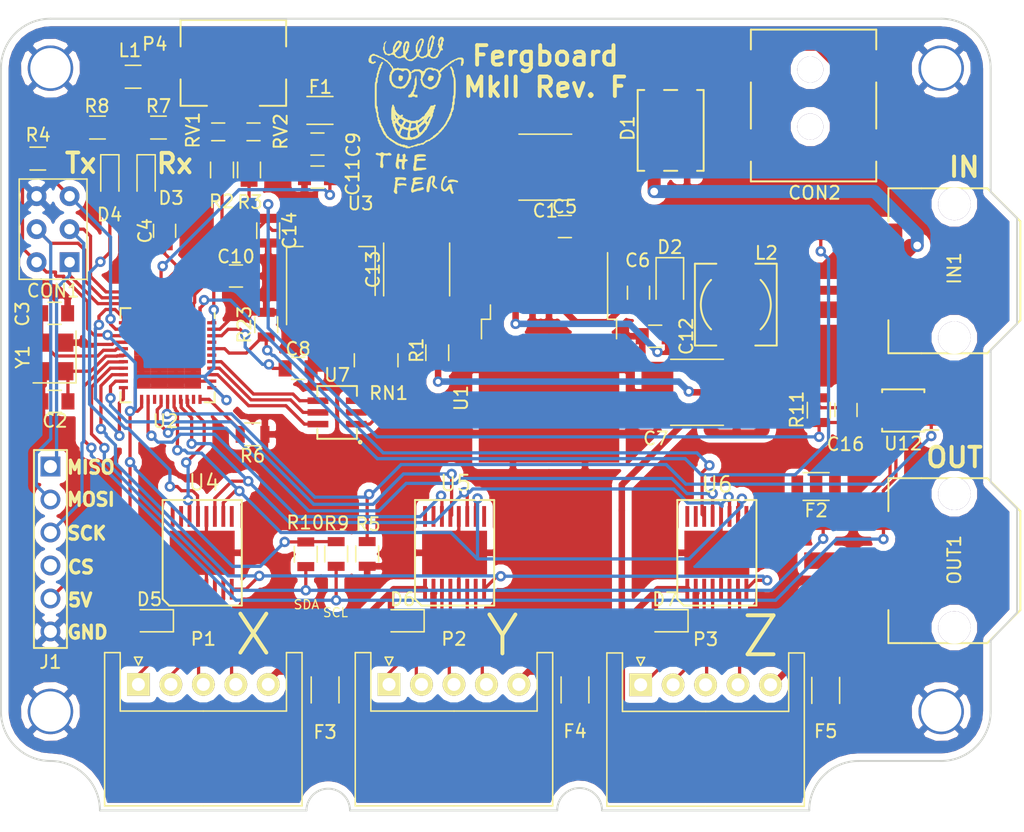
<source format=kicad_pcb>
(kicad_pcb (version 20171130) (host pcbnew "(5.0.0)")
  (layers (0 F.Cu signal) (31 B.Cu signal) (34 B.Paste user) (35 F.Paste user) (36 B.SilkS user) (37 F.SilkS user) (38 B.Mask user) (39 F.Mask user) (44 Edge.Cuts user))
  (net 0 "")
  (net 1 "Net-(C2-Pad1)")
  (net 2 "Net-(C3-Pad1)")
  (net 3 "Net-(C4-Pad1)")
  (net 4 MCU_POWER)
  (net 5 MISO)
  (net 6 SCK)
  (net 7 MOSI)
  (net 8 RST)
  (net 9 "Net-(P1-Pad2)")
  (net 10 "Net-(P1-Pad3)")
  (net 11 "Net-(P1-Pad4)")
  (net 12 "Net-(P2-Pad2)")
  (net 13 "Net-(P2-Pad3)")
  (net 14 "Net-(P2-Pad4)")
  (net 15 "Net-(P3-Pad2)")
  (net 16 "Net-(P3-Pad3)")
  (net 17 "Net-(P3-Pad4)")
  (net 18 1W_in)
  (net 19 D-)
  (net 20 D+)
  (net 21 "Net-(R2-Pad2)")
  (net 22 "Net-(R3-Pad2)")
  (net 23 SCL)
  (net 24 SDA)
  (net 25 "Net-(RN1-Pad1)")
  (net 26 "Net-(RN1-Pad2)")
  (net 27 "Net-(RN1-Pad3)")
  (net 28 DIRX)
  (net 29 DIRZ)
  (net 30 STEPZ)
  (net 31 SM1)
  (net 32 STEPX)
  (net 33 DIRY)
  (net 34 STEPY)
  (net 35 SM0)
  (net 36 RED)
  (net 37 GREEN)
  (net 38 BLUE)
  (net 39 1W_out)
  (net 40 "Net-(P1-Pad1)")
  (net 41 "Net-(P2-Pad1)")
  (net 42 "Net-(P3-Pad1)")
  (net 43 POWER_IN_24V)
  (net 44 "Net-(CON2-Pad1)")
  (net 45 "Net-(F3-Pad1)")
  (net 46 "Net-(F4-Pad1)")
  (net 47 "Net-(F5-Pad1)")
  (net 48 xtalcase)
  (net 49 MID_POWER_12V)
  (net 50 "Net-(C8-Pad1)")
  (net 51 RXLED)
  (net 52 "Net-(D3-Pad1)")
  (net 53 TXLED)
  (net 54 "Net-(D4-Pad1)")
  (net 55 "Net-(F1-Pad2)")
  (net 56 "Net-(R6-Pad2)")
  (net 57 "Net-(CON2-Pad2)")
  (net 58 VBUS)
  (net 59 "Net-(L1-Pad1)")
  (net 60 "Net-(D5-Pad1)")
  (net 61 "Net-(D6-Pad1)")
  (net 62 "Net-(D7-Pad1)")
  (net 63 CATCH_DIODE)
  (net 64 "Net-(C6-Pad2)")
  (net 65 "Net-(F2-Pad1)")
  (net 66 "Net-(C13-Pad1)")
  (net 67 SCL_IN)
  (net 68 SDA_IN)
  (net 69 "Net-(R11-Pad2)")
  (net 70 CONNECT_INPUTS)
  (net 71 ENABLE_MOTORS)
  (module biomaker_challenge:USB_Micro_B (layer F.Cu) (at 179.182 48.1076 180)
    (fp_text reference P4 (at 6.0544 4.247 180) (layer F.SilkS))
    (fp_text value USB_OTG)
    (pad 4 smd rect (at 0.65 0 180) (size 0.4 1.4) (layers F.Cu F.Paste F.Mask))
    (pad 5 smd rect (at 1.3 0 180) (size 0.4 1.4) (layers F.Cu F.Paste F.Mask) (net 59 "Net-(L1-Pad1)"))
    (pad 2 smd rect (at -0.65 0 180) (size 0.4 1.4) (layers F.Cu F.Paste F.Mask) (net 19 D-))
    (pad 1 smd rect (at -1.3 0 180) (size 0.4 1.4) (layers F.Cu F.Paste F.Mask) (net 55 "Net-(F1-Pad2)"))
    (pad 3 smd rect (at 0 0 180) (size 0.4 1.4) (layers F.Cu F.Paste F.Mask) (net 20 D+))
    (pad 6 smd rect (at -3.75 2.85 180) (size 2.3 1.9) (layers F.Cu F.Paste F.Mask) (net 59 "Net-(L1-Pad1)"))
    (pad 6 smd rect (at -1.15 2.85 180) (size 1.8 1.9) (layers F.Cu F.Paste F.Mask) (net 59 "Net-(L1-Pad1)"))
    (pad 6 smd rect (at 1.15 2.85 180) (size 1.8 1.9) (layers F.Cu F.Paste F.Mask) (net 59 "Net-(L1-Pad1)"))
    (pad 6 smd rect (at 3.75 2.85 180) (size 2.3 1.9) (layers F.Cu F.Paste F.Mask) (net 59 "Net-(L1-Pad1)"))
  )
  (module biomaker_challenge:molex_micro_fit_3_by_2_right_angle (layer F.Cu) (at 234.696 83.636 90)
    (fp_text reference OUT1 (at 0.07 0 90) (layer F.SilkS))
    (fp_text value Molex_micro_fit_3*2)
    (pad "" thru_hole circle (at 5.15 0 90) (size 2.5 2.5) (drill 2.5) (layers *.Cu *.Mask))
    (pad "" thru_hole circle (at -5.15 0 90) (size 2.5 2.5) (drill 2.5) (layers *.Cu *.Mask))
    (pad 1 smd rect (at 3 -5.47 90) (size 1.27 2.92) (layers F.Cu F.Paste F.Mask) (net 23 SCL))
    (pad 3 smd rect (at -3 -5.47 90) (size 1.27 2.92) (layers F.Cu F.Paste F.Mask) (net 39 1W_out))
    (pad 2 smd rect (at 0 -5.47 90) (size 1.27 2.92) (layers F.Cu F.Paste F.Mask) (net 48 xtalcase))
    (pad 4 smd rect (at 3 -10.1 90) (size 1.27 2.92) (layers F.Cu F.Paste F.Mask) (net 24 SDA))
    (pad 5 smd rect (at 0 -10.1 90) (size 1.27 2.92) (layers F.Cu F.Paste F.Mask) (net 65 "Net-(F2-Pad1)"))
    (pad 6 smd rect (at -3 -10.1 90) (size 1.27 2.92) (layers F.Cu F.Paste F.Mask))
  )
  (module biomaker_challenge:molex_micro_fit_3_by_2_right_angle (layer F.Cu) (at 234.696 61.3184 90)
    (fp_text reference IN1 (at 0.184 0 90) (layer F.SilkS))
    (fp_text value Molex_micro_fit_3*2)
    (pad "" thru_hole circle (at 5.15 0 90) (size 2.5 2.5) (drill 2.5) (layers *.Cu *.Mask))
    (pad "" thru_hole circle (at -5.15 0 90) (size 2.5 2.5) (drill 2.5) (layers *.Cu *.Mask))
    (pad 1 smd rect (at 3 -5.47 90) (size 1.27 2.92) (layers F.Cu F.Paste F.Mask))
    (pad 3 smd rect (at -3 -5.47 90) (size 1.27 2.92) (layers F.Cu F.Paste F.Mask) (net 67 SCL_IN))
    (pad 2 smd rect (at 0 -5.47 90) (size 1.27 2.92) (layers F.Cu F.Paste F.Mask) (net 48 xtalcase))
    (pad 4 smd rect (at 3 -10.1 90) (size 1.27 2.92) (layers F.Cu F.Paste F.Mask) (net 18 1W_in))
    (pad 5 smd rect (at 0 -10.1 90) (size 1.27 2.92) (layers F.Cu F.Paste F.Mask) (net 43 POWER_IN_24V))
    (pad 6 smd rect (at -3 -10.1 90) (size 1.27 2.92) (layers F.Cu F.Paste F.Mask) (net 68 SDA_IN))
  )
  (module biomaker_challenge:SMD_Jack (layer F.Cu) (at 223.6 40.72)
    (fp_text reference CON2 (at 0.3264 14.6012) (layer F.SilkS))
    (fp_text value BARREL_JACK hide)
    (pad "" thru_hole circle (at 0 5.1) (size 2 2) (drill 2) (layers *.Cu *.Mask))
    (pad "" thru_hole circle (at 0 9.5) (size 2 2) (drill 2) (layers *.Cu *.Mask))
    (pad 1 smd rect (at 5 5) (size 3 2) (layers F.Cu F.Paste F.Mask) (net 44 "Net-(CON2-Pad1)"))
    (pad 1 smd rect (at 5 11) (size 3 2) (layers F.Cu F.Paste F.Mask) (net 44 "Net-(CON2-Pad1)"))
    (pad 2 smd rect (at -5 11) (size 3 2) (layers F.Cu F.Paste F.Mask) (net 57 "Net-(CON2-Pad2)"))
    (pad 3 smd rect (at -5 5) (size 3 2) (layers F.Cu F.Paste F.Mask) (net 57 "Net-(CON2-Pad2)"))
  )
  (module Choke_SMD:Choke_SMD_6.3x6.3_H3 (layer F.Cu) (at 217.8685 63.925 270)
    (fp_text reference L2 (at -3.981 -2.3495) (layer F.SilkS))
    (fp_text value 33u)
    (pad 1 smd rect (at -2.75 0 270) (size 1.5 2.4) (layers F.Cu F.Paste F.Mask) (net 63 CATCH_DIODE))
    (pad 2 smd rect (at 2.75 0 270) (size 1.5 2.4) (layers F.Cu F.Paste F.Mask) (net 49 MID_POWER_12V))
  )
  (module Capacitors_SMD:C_0805 (layer F.Cu) (at 165.421 64.5922)
    (fp_text reference C3 (at -2.48 0.0508 90) (layer F.SilkS))
    (fp_text value 18p)
    (pad 1 smd rect (at -1 0) (size 1 1.25) (layers F.Cu F.Paste F.Mask) (net 2 "Net-(C3-Pad1)"))
    (pad 2 smd rect (at 1 0) (size 1 1.25) (layers F.Cu F.Paste F.Mask) (net 48 xtalcase))
  )
  (module Capacitors_SMD:C_0805 (layer F.Cu) (at 173.8884 58.2422 90)
    (fp_text reference C4 (at 0 -1.5 90) (layer F.SilkS))
    (fp_text value 1u)
    (pad 1 smd rect (at -1 0 90) (size 1 1.25) (layers F.Cu F.Paste F.Mask) (net 3 "Net-(C4-Pad1)"))
    (pad 2 smd rect (at 1 0 90) (size 1 1.25) (layers F.Cu F.Paste F.Mask) (net 48 xtalcase))
  )
  (module Capacitors_SMD:C_0805 (layer F.Cu) (at 204.708 57.912 180)
    (fp_text reference C5 (at 0.0221 1.524) (layer F.SilkS))
    (fp_text value 100n)
    (pad 1 smd rect (at -1 0 180) (size 1 1.25) (layers F.Cu F.Paste F.Mask) (net 43 POWER_IN_24V))
    (pad 2 smd rect (at 1 0 180) (size 1 1.25) (layers F.Cu F.Paste F.Mask) (net 48 xtalcase))
  )
  (module Capacitors_SMD:C_0805 (layer F.Cu) (at 210.3755 63.008 270)
    (fp_text reference C6 (at -2.4925 0.0635) (layer F.SilkS))
    (fp_text value 10n)
    (pad 1 smd rect (at -1 0 270) (size 1 1.25) (layers F.Cu F.Paste F.Mask) (net 63 CATCH_DIODE))
    (pad 2 smd rect (at 1 0 270) (size 1 1.25) (layers F.Cu F.Paste F.Mask) (net 64 "Net-(C6-Pad2)"))
  )
  (module Capacitors_SMD:C_0805 (layer F.Cu) (at 179.3842 61.722)
    (fp_text reference C10 (at 0 -1.5) (layer F.SilkS))
    (fp_text value 100n)
    (pad 1 smd rect (at -1 0) (size 1 1.25) (layers F.Cu F.Paste F.Mask) (net 4 MCU_POWER))
    (pad 2 smd rect (at 1 0) (size 1 1.25) (layers F.Cu F.Paste F.Mask) (net 48 xtalcase))
  )
  (module Buttons_Switches_THT:SW_NKK_G1xJP (layer F.Cu) (at 166.5732 60.6552 180)
    (fp_text reference CON1 (at 1.27 -2.2 180) (layer F.SilkS))
    (fp_text value AVR-ISP-6)
    (pad 1 thru_hole rect (at 0 0 180) (size 1.524 1.524) (drill 0.8128) (layers *.Cu *.Mask) (net 5 MISO))
    (pad 2 thru_hole circle (at 0 2.54 180) (size 1.524 1.524) (drill 0.8128) (layers *.Cu *.Mask) (net 6 SCK))
    (pad 3 thru_hole circle (at 0 5.08 180) (size 1.524 1.524) (drill 0.8128) (layers *.Cu *.Mask) (net 8 RST))
    (pad 4 thru_hole circle (at 2.54 5.08 180) (size 1.524 1.524) (drill 0.8128) (layers *.Cu *.Mask) (net 48 xtalcase))
    (pad 5 thru_hole circle (at 2.54 2.54 180) (size 1.524 1.524) (drill 0.8128) (layers *.Cu *.Mask) (net 7 MOSI))
    (pad 6 thru_hole circle (at 2.54 0 180) (size 1.524 1.524) (drill 0.8128) (layers *.Cu *.Mask) (net 4 MCU_POWER))
  )
  (module Resistors_SMD:R_0805 (layer F.Cu) (at 178.308 53.5534 270)
    (fp_text reference R2 (at 2.4282 0.0254 180) (layer F.SilkS))
    (fp_text value 22)
    (pad 1 smd rect (at -0.95 0 270) (size 0.7 1.3) (layers F.Cu F.Paste F.Mask) (net 20 D+))
    (pad 2 smd rect (at 0.95 0 270) (size 0.7 1.3) (layers F.Cu F.Paste F.Mask) (net 21 "Net-(R2-Pad2)"))
  )
  (module Resistors_SMD:R_0805 (layer F.Cu) (at 180.391 53.5534 270)
    (fp_text reference R3 (at 2.479 -0.076) (layer F.SilkS))
    (fp_text value 22)
    (pad 1 smd rect (at -0.95 0 270) (size 0.7 1.3) (layers F.Cu F.Paste F.Mask) (net 19 D-))
    (pad 2 smd rect (at 0.95 0 270) (size 0.7 1.3) (layers F.Cu F.Paste F.Mask) (net 22 "Net-(R3-Pad2)"))
  )
  (module Resistors_SMD:R_0805 (layer F.Cu) (at 164.1246 52.6796 180)
    (fp_text reference R4 (at -0.0229 1.8161 180) (layer F.SilkS))
    (fp_text value 10k)
    (pad 1 smd rect (at -0.95 0 180) (size 0.7 1.3) (layers F.Cu F.Paste F.Mask) (net 8 RST))
    (pad 2 smd rect (at 0.95 0 180) (size 0.7 1.3) (layers F.Cu F.Paste F.Mask) (net 4 MCU_POWER))
  )
  (module Resistors_SMD:R_0805 (layer F.Cu) (at 187.0964 83.124 90)
    (fp_text reference R9 (at 2.352 0.0381 180) (layer F.SilkS))
    (fp_text value 10k)
    (pad 1 smd rect (at -0.95 0 90) (size 0.7 1.3) (layers F.Cu F.Paste F.Mask) (net 23 SCL))
    (pad 2 smd rect (at 0.95 0 90) (size 0.7 1.3) (layers F.Cu F.Paste F.Mask) (net 4 MCU_POWER))
  )
  (module Resistors_SMD:R_0805 (layer F.Cu) (at 184.7596 83.1444 90)
    (fp_text reference R10 (at 2.4359 -0.0381 180) (layer F.SilkS))
    (fp_text value 10k)
    (pad 1 smd rect (at -0.95 0 90) (size 0.7 1.3) (layers F.Cu F.Paste F.Mask) (net 24 SDA))
    (pad 2 smd rect (at 0.95 0 90) (size 0.7 1.3) (layers F.Cu F.Paste F.Mask) (net 4 MCU_POWER))
  )
  (module Resistors_SMD:R_0805 (layer F.Cu) (at 181.712 65.466 270)
    (fp_text reference R23 (at 0 1.6768 270) (layer F.SilkS))
    (fp_text value 10k)
    (pad 1 smd rect (at -0.95 0 270) (size 0.7 1.3) (layers F.Cu F.Paste F.Mask) (net 48 xtalcase))
    (pad 2 smd rect (at 0.95 0 270) (size 0.7 1.3) (layers F.Cu F.Paste F.Mask) (net 18 1W_in))
  )
  (module Resistors_SMD:R_0603 (layer F.Cu) (at 180.734 50.6222)
    (fp_text reference RV2 (at 2.0952 -0.0254 90) (layer F.SilkS))
    (fp_text value Varistor_[CG0603MLC-05E_Bourns])
    (pad 1 smd rect (at -0.75 0) (size 0.5 0.9) (layers F.Cu F.Paste F.Mask) (net 19 D-))
    (pad 2 smd rect (at 0.75 0) (size 0.5 0.9) (layers F.Cu F.Paste F.Mask) (net 48 xtalcase))
  )
  (module Housings_DFN_QFN:QFN-44-1EP_7x7mm_Pitch0.5mm (layer F.Cu) (at 174.117 67.818 270)
    (fp_text reference U2 (at 5.08 0.1524) (layer F.SilkS))
    (fp_text value ATMEGA16U4-M-pad-connected)
    (pad 1 smd rect (at -3.4 -2.5 270) (size 0.7 0.25) (layers F.Cu F.Paste F.Mask) (net 30 STEPZ))
    (pad 2 smd rect (at -3.4 -2 270) (size 0.7 0.25) (layers F.Cu F.Paste F.Mask) (net 4 MCU_POWER))
    (pad 3 smd rect (at -3.4 -1.5 270) (size 0.7 0.25) (layers F.Cu F.Paste F.Mask) (net 22 "Net-(R3-Pad2)"))
    (pad 4 smd rect (at -3.4 -1 270) (size 0.7 0.25) (layers F.Cu F.Paste F.Mask) (net 21 "Net-(R2-Pad2)"))
    (pad 5 smd rect (at -3.4 -0.5 270) (size 0.7 0.25) (layers F.Cu F.Paste F.Mask) (net 48 xtalcase))
    (pad 6 smd rect (at -3.4 0 270) (size 0.7 0.25) (layers F.Cu F.Paste F.Mask) (net 3 "Net-(C4-Pad1)"))
    (pad 7 smd rect (at -3.4 0.5 270) (size 0.7 0.25) (layers F.Cu F.Paste F.Mask) (net 58 VBUS))
    (pad 8 smd rect (at -3.4 1 270) (size 0.7 0.25) (layers F.Cu F.Paste F.Mask) (net 51 RXLED))
    (pad 9 smd rect (at -3.4 1.5 270) (size 0.7 0.25) (layers F.Cu F.Paste F.Mask) (net 6 SCK))
    (pad 10 smd rect (at -3.4 2 270) (size 0.7 0.25) (layers F.Cu F.Paste F.Mask) (net 7 MOSI))
    (pad 11 smd rect (at -3.4 2.5 270) (size 0.7 0.25) (layers F.Cu F.Paste F.Mask) (net 5 MISO))
    (pad 12 smd rect (at -2.5 3.4) (size 0.7 0.25) (layers F.Cu F.Paste F.Mask) (net 28 DIRX))
    (pad 13 smd rect (at -2 3.4) (size 0.7 0.25) (layers F.Cu F.Paste F.Mask) (net 8 RST))
    (pad 14 smd rect (at -1.5 3.4) (size 0.7 0.25) (layers F.Cu F.Paste F.Mask) (net 4 MCU_POWER))
    (pad 15 smd rect (at -1 3.4) (size 0.7 0.25) (layers F.Cu F.Paste F.Mask) (net 48 xtalcase))
    (pad 16 smd rect (at -0.5 3.4) (size 0.7 0.25) (layers F.Cu F.Paste F.Mask) (net 2 "Net-(C3-Pad1)"))
    (pad 17 smd rect (at 0 3.4) (size 0.7 0.25) (layers F.Cu F.Paste F.Mask) (net 1 "Net-(C2-Pad1)"))
    (pad 18 smd rect (at 0.5 3.4) (size 0.7 0.25) (layers F.Cu F.Paste F.Mask) (net 23 SCL))
    (pad 19 smd rect (at 1 3.4) (size 0.7 0.25) (layers F.Cu F.Paste F.Mask) (net 24 SDA))
    (pad 20 smd rect (at 1.5 3.4) (size 0.7 0.25) (layers F.Cu F.Paste F.Mask) (net 71 ENABLE_MOTORS))
    (pad 21 smd rect (at 2 3.4) (size 0.7 0.25) (layers F.Cu F.Paste F.Mask) (net 33 DIRY))
    (pad 22 smd rect (at 2.5 3.4) (size 0.7 0.25) (layers F.Cu F.Paste F.Mask) (net 53 TXLED))
    (pad 23 smd rect (at 3.4 2.5 270) (size 0.7 0.25) (layers F.Cu F.Paste F.Mask) (net 48 xtalcase))
    (pad 24 smd rect (at 3.4 2 270) (size 0.7 0.25) (layers F.Cu F.Paste F.Mask) (net 4 MCU_POWER))
    (pad 25 smd rect (at 3.4 1.5 270) (size 0.7 0.25) (layers F.Cu F.Paste F.Mask) (net 34 STEPY))
    (pad 26 smd rect (at 3.4 1 270) (size 0.7 0.25) (layers F.Cu F.Paste F.Mask))
    (pad 27 smd rect (at 3.4 0.5 270) (size 0.7 0.25) (layers F.Cu F.Paste F.Mask) (net 29 DIRZ))
    (pad 28 smd rect (at 3.4 0 270) (size 0.7 0.25) (layers F.Cu F.Paste F.Mask) (net 70 CONNECT_INPUTS))
    (pad 29 smd rect (at 3.4 -0.5 270) (size 0.7 0.25) (layers F.Cu F.Paste F.Mask) (net 31 SM1))
    (pad 30 smd rect (at 3.4 -1 270) (size 0.7 0.25) (layers F.Cu F.Paste F.Mask) (net 35 SM0))
    (pad 31 smd rect (at 3.4 -1.5 270) (size 0.7 0.25) (layers F.Cu F.Paste F.Mask) (net 32 STEPX))
    (pad 32 smd rect (at 3.4 -2 270) (size 0.7 0.25) (layers F.Cu F.Paste F.Mask))
    (pad 33 smd rect (at 3.4 -2.5 270) (size 0.7 0.25) (layers F.Cu F.Paste F.Mask) (net 56 "Net-(R6-Pad2)"))
    (pad 34 smd rect (at 2.5 -3.4) (size 0.7 0.25) (layers F.Cu F.Paste F.Mask) (net 4 MCU_POWER))
    (pad 35 smd rect (at 2 -3.4) (size 0.7 0.25) (layers F.Cu F.Paste F.Mask) (net 48 xtalcase))
    (pad 36 smd rect (at 1.5 -3.4) (size 0.7 0.25) (layers F.Cu F.Paste F.Mask) (net 38 BLUE))
    (pad 37 smd rect (at 1 -3.4) (size 0.7 0.25) (layers F.Cu F.Paste F.Mask) (net 37 GREEN))
    (pad 38 smd rect (at 0.5 -3.4) (size 0.7 0.25) (layers F.Cu F.Paste F.Mask) (net 36 RED))
    (pad 39 smd rect (at 0 -3.4) (size 0.7 0.25) (layers F.Cu F.Paste F.Mask) (net 39 1W_out))
    (pad 40 smd rect (at -0.5 -3.4) (size 0.7 0.25) (layers F.Cu F.Paste F.Mask) (net 18 1W_in))
    (pad 41 smd rect (at -1 -3.4) (size 0.7 0.25) (layers F.Cu F.Paste F.Mask))
    (pad 42 smd rect (at -1.5 -3.4) (size 0.7 0.25) (layers F.Cu F.Paste F.Mask) (net 50 "Net-(C8-Pad1)"))
    (pad 43 smd rect (at -2 -3.4) (size 0.7 0.25) (layers F.Cu F.Paste F.Mask) (net 48 xtalcase))
    (pad 44 smd rect (at -2.5 -3.4) (size 0.7 0.25) (layers F.Cu F.Paste F.Mask) (net 4 MCU_POWER))
    (pad 45 smd rect (at 1.93125 1.93125 270) (size 1.2875 1.2875) (layers F.Cu F.Paste F.Mask) (net 48 xtalcase))
    (pad 45 smd rect (at 1.93125 0.64375 270) (size 1.2875 1.2875) (layers F.Cu F.Paste F.Mask) (net 48 xtalcase))
    (pad 45 smd rect (at 1.93125 -0.64375 270) (size 1.2875 1.2875) (layers F.Cu F.Paste F.Mask) (net 48 xtalcase))
    (pad 45 smd rect (at 1.93125 -1.93125 270) (size 1.2875 1.2875) (layers F.Cu F.Paste F.Mask) (net 48 xtalcase))
    (pad 45 smd rect (at 0.64375 1.93125 270) (size 1.2875 1.2875) (layers F.Cu F.Paste F.Mask) (net 48 xtalcase))
    (pad 45 smd rect (at 0.64375 0.64375 270) (size 1.2875 1.2875) (layers F.Cu F.Paste F.Mask) (net 48 xtalcase))
    (pad 45 smd rect (at 0.64375 -0.64375 270) (size 1.2875 1.2875) (layers F.Cu F.Paste F.Mask) (net 48 xtalcase))
    (pad 45 smd rect (at 0.64375 -1.93125 270) (size 1.2875 1.2875) (layers F.Cu F.Paste F.Mask) (net 48 xtalcase))
    (pad 45 smd rect (at -0.64375 1.93125 270) (size 1.2875 1.2875) (layers F.Cu F.Paste F.Mask) (net 48 xtalcase))
    (pad 45 smd rect (at -0.64375 0.64375 270) (size 1.2875 1.2875) (layers F.Cu F.Paste F.Mask) (net 48 xtalcase))
    (pad 45 smd rect (at -0.64375 -0.64375 270) (size 1.2875 1.2875) (layers F.Cu F.Paste F.Mask) (net 48 xtalcase))
    (pad 45 smd rect (at -0.64375 -1.93125 270) (size 1.2875 1.2875) (layers F.Cu F.Paste F.Mask) (net 48 xtalcase))
    (pad 45 smd rect (at -1.93125 1.93125 270) (size 1.2875 1.2875) (layers F.Cu F.Paste F.Mask) (net 48 xtalcase))
    (pad 45 smd rect (at -1.93125 0.64375 270) (size 1.2875 1.2875) (layers F.Cu F.Paste F.Mask) (net 48 xtalcase))
    (pad 45 smd rect (at -1.93125 -0.64375 270) (size 1.2875 1.2875) (layers F.Cu F.Paste F.Mask) (net 48 xtalcase))
    (pad 45 smd rect (at -1.93125 -1.93125 270) (size 1.2875 1.2875) (layers F.Cu F.Paste F.Mask) (net 48 xtalcase))
  )
  (module TO_SOT_Packages_SMD:SOT-223 (layer F.Cu) (at 186.69 61.361375 90)
    (fp_text reference U3 (at 5.227375 2.286 180) (layer F.SilkS))
    (fp_text value lm1117)
    (pad 4 smd rect (at 3.15 0 90) (size 2 3.8) (layers F.Cu F.Paste F.Mask) (net 4 MCU_POWER))
    (pad 2 smd rect (at -3.15 0 90) (size 2 1.5) (layers F.Cu F.Paste F.Mask) (net 4 MCU_POWER))
    (pad 3 smd rect (at -3.15 2.3 90) (size 2 1.5) (layers F.Cu F.Paste F.Mask) (net 66 "Net-(C13-Pad1)"))
    (pad 1 smd rect (at -3.15 -2.3 90) (size 2 1.5) (layers F.Cu F.Paste F.Mask) (net 48 xtalcase))
  )
  (module biomaker_challenge:DRV8805 (layer F.Cu) (at 176.784 83.0326)
    (fp_text reference U4 (at 0.1524 -5.4102 180) (layer F.SilkS) (effects (font (size 1.2 1.2))))
    (fp_text value DRV8805)
    (pad 16 smd rect (at -2.275 -2.8) (size 0.3 1.6) (layers F.Cu F.Paste F.Mask))
    (pad 1 smd rect (at -2.275 2.8) (size 0.3 1.6) (layers F.Cu F.Paste F.Mask) (net 49 MID_POWER_12V))
    (pad 15 smd rect (at -1.625 -2.8) (size 0.3 1.6) (layers F.Cu F.Paste F.Mask))
    (pad 2 smd rect (at -1.625 2.8) (size 0.3 1.6) (layers F.Cu F.Paste F.Mask) (net 60 "Net-(D5-Pad1)"))
    (pad 14 smd rect (at -0.975 -2.8) (size 0.3 1.6) (layers F.Cu F.Paste F.Mask) (net 32 STEPX))
    (pad 3 smd rect (at -0.975 2.8) (size 0.3 1.6) (layers F.Cu F.Paste F.Mask) (net 40 "Net-(P1-Pad1)"))
    (pad 13 smd rect (at -0.325 -2.8) (size 0.3 1.6) (layers F.Cu F.Paste F.Mask) (net 28 DIRX))
    (pad 4 smd rect (at -0.325 2.8) (size 0.3 1.6) (layers F.Cu F.Paste F.Mask) (net 9 "Net-(P1-Pad2)"))
    (pad 12 smd rect (at 0.325 -2.8) (size 0.3 1.6) (layers F.Cu F.Paste F.Mask) (net 48 xtalcase))
    (pad 5 smd rect (at 0.325 2.8) (size 0.3 1.6) (layers F.Cu F.Paste F.Mask) (net 48 xtalcase))
    (pad 11 smd rect (at 0.975 -2.8) (size 0.3 1.6) (layers F.Cu F.Paste F.Mask) (net 35 SM0))
    (pad 6 smd rect (at 0.975 2.8) (size 0.3 1.6) (layers F.Cu F.Paste F.Mask) (net 10 "Net-(P1-Pad3)"))
    (pad 10 smd rect (at 1.625 -2.8) (size 0.3 1.6) (layers F.Cu F.Paste F.Mask) (net 31 SM1))
    (pad 7 smd rect (at 1.625 2.8) (size 0.3 1.6) (layers F.Cu F.Paste F.Mask) (net 11 "Net-(P1-Pad4)"))
    (pad 9 smd rect (at 2.275 -2.8) (size 0.3 1.6) (layers F.Cu F.Paste F.Mask))
    (pad 8 smd rect (at 2.275 2.8) (size 0.3 1.6) (layers F.Cu F.Paste F.Mask) (net 71 ENABLE_MOTORS))
    (pad 5 smd rect (at 0 0) (size 5 3.4) (layers F.Cu F.Paste F.Mask) (net 48 xtalcase))
  )
  (module biomaker_challenge:DRV8805 (layer F.Cu) (at 196.215 83.0326)
    (fp_text reference U5 (at 0.0762 -5.3594 180) (layer F.SilkS) (effects (font (size 1.2 1.2))))
    (fp_text value DRV8805)
    (pad 16 smd rect (at -2.275 -2.8) (size 0.3 1.6) (layers F.Cu F.Paste F.Mask))
    (pad 1 smd rect (at -2.275 2.8) (size 0.3 1.6) (layers F.Cu F.Paste F.Mask) (net 49 MID_POWER_12V))
    (pad 15 smd rect (at -1.625 -2.8) (size 0.3 1.6) (layers F.Cu F.Paste F.Mask))
    (pad 2 smd rect (at -1.625 2.8) (size 0.3 1.6) (layers F.Cu F.Paste F.Mask) (net 61 "Net-(D6-Pad1)"))
    (pad 14 smd rect (at -0.975 -2.8) (size 0.3 1.6) (layers F.Cu F.Paste F.Mask) (net 34 STEPY))
    (pad 3 smd rect (at -0.975 2.8) (size 0.3 1.6) (layers F.Cu F.Paste F.Mask) (net 41 "Net-(P2-Pad1)"))
    (pad 13 smd rect (at -0.325 -2.8) (size 0.3 1.6) (layers F.Cu F.Paste F.Mask) (net 33 DIRY))
    (pad 4 smd rect (at -0.325 2.8) (size 0.3 1.6) (layers F.Cu F.Paste F.Mask) (net 12 "Net-(P2-Pad2)"))
    (pad 12 smd rect (at 0.325 -2.8) (size 0.3 1.6) (layers F.Cu F.Paste F.Mask) (net 48 xtalcase))
    (pad 5 smd rect (at 0.325 2.8) (size 0.3 1.6) (layers F.Cu F.Paste F.Mask) (net 48 xtalcase))
    (pad 11 smd rect (at 0.975 -2.8) (size 0.3 1.6) (layers F.Cu F.Paste F.Mask) (net 35 SM0))
    (pad 6 smd rect (at 0.975 2.8) (size 0.3 1.6) (layers F.Cu F.Paste F.Mask) (net 13 "Net-(P2-Pad3)"))
    (pad 10 smd rect (at 1.625 -2.8) (size 0.3 1.6) (layers F.Cu F.Paste F.Mask) (net 31 SM1))
    (pad 7 smd rect (at 1.625 2.8) (size 0.3 1.6) (layers F.Cu F.Paste F.Mask) (net 14 "Net-(P2-Pad4)"))
    (pad 9 smd rect (at 2.275 -2.8) (size 0.3 1.6) (layers F.Cu F.Paste F.Mask))
    (pad 8 smd rect (at 2.275 2.8) (size 0.3 1.6) (layers F.Cu F.Paste F.Mask) (net 71 ENABLE_MOTORS))
    (pad 5 smd rect (at 0 0) (size 5 3.4) (layers F.Cu F.Paste F.Mask) (net 48 xtalcase))
  )
  (module biomaker_challenge:DRV8805 (layer F.Cu) (at 216.408 83.0326)
    (fp_text reference U6 (at 0.0254 -5.2578 180) (layer F.SilkS) (effects (font (size 1.2 1.2))))
    (fp_text value DRV8805)
    (pad 16 smd rect (at -2.275 -2.8) (size 0.3 1.6) (layers F.Cu F.Paste F.Mask))
    (pad 1 smd rect (at -2.275 2.8) (size 0.3 1.6) (layers F.Cu F.Paste F.Mask) (net 49 MID_POWER_12V))
    (pad 15 smd rect (at -1.625 -2.8) (size 0.3 1.6) (layers F.Cu F.Paste F.Mask))
    (pad 2 smd rect (at -1.625 2.8) (size 0.3 1.6) (layers F.Cu F.Paste F.Mask) (net 62 "Net-(D7-Pad1)"))
    (pad 14 smd rect (at -0.975 -2.8) (size 0.3 1.6) (layers F.Cu F.Paste F.Mask) (net 30 STEPZ))
    (pad 3 smd rect (at -0.975 2.8) (size 0.3 1.6) (layers F.Cu F.Paste F.Mask) (net 42 "Net-(P3-Pad1)"))
    (pad 13 smd rect (at -0.325 -2.8) (size 0.3 1.6) (layers F.Cu F.Paste F.Mask) (net 29 DIRZ))
    (pad 4 smd rect (at -0.325 2.8) (size 0.3 1.6) (layers F.Cu F.Paste F.Mask) (net 15 "Net-(P3-Pad2)"))
    (pad 12 smd rect (at 0.325 -2.8) (size 0.3 1.6) (layers F.Cu F.Paste F.Mask) (net 48 xtalcase))
    (pad 5 smd rect (at 0.325 2.8) (size 0.3 1.6) (layers F.Cu F.Paste F.Mask) (net 48 xtalcase))
    (pad 11 smd rect (at 0.975 -2.8) (size 0.3 1.6) (layers F.Cu F.Paste F.Mask) (net 35 SM0))
    (pad 6 smd rect (at 0.975 2.8) (size 0.3 1.6) (layers F.Cu F.Paste F.Mask) (net 16 "Net-(P3-Pad3)"))
    (pad 10 smd rect (at 1.625 -2.8) (size 0.3 1.6) (layers F.Cu F.Paste F.Mask) (net 31 SM1))
    (pad 7 smd rect (at 1.625 2.8) (size 0.3 1.6) (layers F.Cu F.Paste F.Mask) (net 17 "Net-(P3-Pad4)"))
    (pad 9 smd rect (at 2.275 -2.8) (size 0.3 1.6) (layers F.Cu F.Paste F.Mask))
    (pad 8 smd rect (at 2.275 2.8) (size 0.3 1.6) (layers F.Cu F.Paste F.Mask) (net 71 ENABLE_MOTORS))
    (pad 5 smd rect (at 0 0) (size 5 3.4) (layers F.Cu F.Paste F.Mask) (net 48 xtalcase))
  )
  (module Resistors_SMD:R_0603 (layer F.Cu) (at 178.015 50.6222 180)
    (fp_text reference RV1 (at 1.9422 0.127 270) (layer F.SilkS))
    (fp_text value Varistor_[CG0603MLC-05E_Bourns])
    (pad 1 smd rect (at -0.75 0 180) (size 0.5 0.9) (layers F.Cu F.Paste F.Mask) (net 20 D+))
    (pad 2 smd rect (at 0.75 0 180) (size 0.5 0.9) (layers F.Cu F.Paste F.Mask) (net 48 xtalcase))
  )
  (module Crystals:Crystal_SMD_3225-4pin_3.2x2.5mm (layer F.Cu) (at 165.418 67.9528 90)
    (fp_text reference Y1 (at 0 -2.45 90) (layer F.SilkS))
    (fp_text value 16M_crystal)
    (pad 1 smd rect (at -1.1 0.85 90) (size 1.4 1.2) (layers F.Cu F.Paste F.Mask) (net 1 "Net-(C2-Pad1)"))
    (pad 2 smd rect (at 1.1 0.85 90) (size 1.4 1.2) (layers F.Cu F.Paste F.Mask) (net 48 xtalcase))
    (pad 3 smd rect (at 1.1 -0.85 90) (size 1.4 1.2) (layers F.Cu F.Paste F.Mask) (net 2 "Net-(C3-Pad1)"))
    (pad 4 smd rect (at -1.1 -0.85 90) (size 1.4 1.2) (layers F.Cu F.Paste F.Mask) (net 48 xtalcase))
  )
  (module Resistors_SMD:R_1206 (layer F.Cu) (at 224.0512 77.9272 180)
    (fp_text reference F2 (at 0 -1.85 180) (layer F.SilkS))
    (fp_text value 2A_Polyfuse)
    (pad 1 smd rect (at -1.45 0 180) (size 0.9 1.7) (layers F.Cu F.Paste F.Mask) (net 65 "Net-(F2-Pad1)"))
    (pad 2 smd rect (at 1.45 0 180) (size 0.9 1.7) (layers F.Cu F.Paste F.Mask) (net 43 POWER_IN_24V))
  )
  (module Resistors_SMD:R_1206 (layer F.Cu) (at 186.2455 93.5885 270)
    (fp_text reference F3 (at 3.249 0) (layer F.SilkS))
    (fp_text value 0A125_Polyfuse)
    (pad 1 smd rect (at -1.45 0 270) (size 0.9 1.7) (layers F.Cu F.Paste F.Mask) (net 45 "Net-(F3-Pad1)"))
    (pad 2 smd rect (at 1.45 0 270) (size 0.9 1.7) (layers F.Cu F.Paste F.Mask) (net 49 MID_POWER_12V))
  )
  (module Resistors_SMD:R_1206 (layer F.Cu) (at 205.486 93.5885 270)
    (fp_text reference F4 (at 3.1855 0) (layer F.SilkS))
    (fp_text value 0A125_Polyfuse)
    (pad 1 smd rect (at -1.45 0 270) (size 0.9 1.7) (layers F.Cu F.Paste F.Mask) (net 46 "Net-(F4-Pad1)"))
    (pad 2 smd rect (at 1.45 0 270) (size 0.9 1.7) (layers F.Cu F.Paste F.Mask) (net 49 MID_POWER_12V))
  )
  (module Resistors_SMD:R_1206 (layer F.Cu) (at 224.79 93.6266 270)
    (fp_text reference F5 (at 3.1474 0) (layer F.SilkS))
    (fp_text value 0A125_Polyfuse)
    (pad 1 smd rect (at -1.45 0 270) (size 0.9 1.7) (layers F.Cu F.Paste F.Mask) (net 47 "Net-(F5-Pad1)"))
    (pad 2 smd rect (at 1.45 0 270) (size 0.9 1.7) (layers F.Cu F.Paste F.Mask) (net 49 MID_POWER_12V))
  )
  (module Diodes_SMD:D_1206 (layer F.Cu) (at 212.7885 62.508 270)
    (fp_text reference D2 (at -3.0085 0) (layer F.SilkS))
    (fp_text value D_Schottky_0V7)
    (pad 1 smd rect (at -1.5 0 270) (size 1 1.6) (layers F.Cu F.Paste F.Mask) (net 63 CATCH_DIODE))
    (pad 2 smd rect (at 1.5 0 270) (size 1 1.6) (layers F.Cu F.Paste F.Mask) (net 48 xtalcase))
  )
  (module Resistors_SMD:R_Array_Convex_4x0603 (layer F.Cu) (at 190.176 68.21 90)
    (fp_text reference RN1 (at -2.529 0.959 180) (layer F.SilkS))
    (fp_text value 4k7)
    (pad 1 smd rect (at -0.9 -1.2 90) (size 0.8 0.5) (layers F.Cu F.Paste F.Mask) (net 25 "Net-(RN1-Pad1)"))
    (pad 3 smd rect (at -0.9 0.4 90) (size 0.8 0.4) (layers F.Cu F.Paste F.Mask) (net 27 "Net-(RN1-Pad3)"))
    (pad 2 smd rect (at -0.9 -0.4 90) (size 0.8 0.4) (layers F.Cu F.Paste F.Mask) (net 26 "Net-(RN1-Pad2)"))
    (pad 4 smd rect (at -0.9 1.2 90) (size 0.8 0.5) (layers F.Cu F.Paste F.Mask))
    (pad 7 smd rect (at 0.9 -0.4 90) (size 0.8 0.4) (layers F.Cu F.Paste F.Mask) (net 48 xtalcase))
    (pad 8 smd rect (at 0.9 -1.2 90) (size 0.8 0.5) (layers F.Cu F.Paste F.Mask) (net 48 xtalcase))
    (pad 6 smd rect (at 0.9 0.4 90) (size 0.8 0.4) (layers F.Cu F.Paste F.Mask) (net 48 xtalcase))
    (pad 5 smd rect (at 0.9 1.2 90) (size 0.8 0.5) (layers F.Cu F.Paste F.Mask) (net 48 xtalcase))
  )
  (module Resistors_SMD:R_2816 (layer F.Cu) (at 214.882 70.6755 180)
    (fp_text reference C7 (at 3.173 -3.556 180) (layer F.SilkS))
    (fp_text value 330u)
    (pad 1 smd rect (at -3.05 0 180) (size 2.45 4.7) (layers F.Cu F.Paste F.Mask) (net 49 MID_POWER_12V))
    (pad 2 smd rect (at 3.05 0 180) (size 2.45 4.7) (layers F.Cu F.Paste F.Mask) (net 48 xtalcase))
  )
  (module Capacitors_SMD:C_0805 (layer F.Cu) (at 184.166 68.834)
    (fp_text reference C8 (at 0 -1.5) (layer F.SilkS))
    (fp_text value 100n)
    (pad 1 smd rect (at -1 0) (size 1 1.25) (layers F.Cu F.Paste F.Mask) (net 50 "Net-(C8-Pad1)"))
    (pad 2 smd rect (at 1 0) (size 1 1.25) (layers F.Cu F.Paste F.Mask) (net 48 xtalcase))
  )
  (module Capacitors_SMD:C_0805 (layer F.Cu) (at 185.658 54.102 180)
    (fp_text reference C11 (at -2.7084 0 270) (layer F.SilkS))
    (fp_text value 100n)
    (pad 1 smd rect (at -1 0 180) (size 1 1.25) (layers F.Cu F.Paste F.Mask) (net 58 VBUS))
    (pad 2 smd rect (at 1 0 180) (size 1 1.25) (layers F.Cu F.Paste F.Mask) (net 48 xtalcase))
  )
  (module LEDs:LED_0805 (layer F.Cu) (at 172.466 54.186 270)
    (fp_text reference D3 (at 1.5289 -1.9177) (layer F.SilkS))
    (fp_text value Yellow)
    (pad 2 smd rect (at 1.1 0 90) (size 1.2 1.2) (layers F.Cu F.Paste F.Mask) (net 51 RXLED))
    (pad 1 smd rect (at -1.1 0 90) (size 1.2 1.2) (layers F.Cu F.Paste F.Mask) (net 52 "Net-(D3-Pad1)"))
  )
  (module LEDs:LED_0805 (layer F.Cu) (at 169.672 54.186 270)
    (fp_text reference D4 (at 2.8116 0.0254) (layer F.SilkS))
    (fp_text value Yellow)
    (pad 2 smd rect (at 1.1 0 90) (size 1.2 1.2) (layers F.Cu F.Paste F.Mask) (net 53 TXLED))
    (pad 1 smd rect (at -1.1 0 90) (size 1.2 1.2) (layers F.Cu F.Paste F.Mask) (net 54 "Net-(D4-Pad1)"))
  )
  (module Resistors_SMD:R_1206 (layer F.Cu) (at 185.8496 48.9712 180)
    (fp_text reference F1 (at -0.0276 1.8034 180) (layer F.SilkS))
    (fp_text value 0A5_Polyfuse)
    (pad 1 smd rect (at -1.45 0 180) (size 0.9 1.7) (layers F.Cu F.Paste F.Mask) (net 58 VBUS))
    (pad 2 smd rect (at 1.45 0 180) (size 0.9 1.7) (layers F.Cu F.Paste F.Mask) (net 55 "Net-(F1-Pad2)"))
  )
  (module Resistors_SMD:R_0805 (layer F.Cu) (at 180.66 73.914 180)
    (fp_text reference R6 (at 0 -1.65 180) (layer F.SilkS))
    (fp_text value 10k)
    (pad 1 smd rect (at -0.95 0 180) (size 0.7 1.3) (layers F.Cu F.Paste F.Mask) (net 48 xtalcase))
    (pad 2 smd rect (at 0.95 0 180) (size 0.7 1.3) (layers F.Cu F.Paste F.Mask) (net 56 "Net-(R6-Pad2)"))
  )
  (module Resistors_SMD:R_0805 (layer F.Cu) (at 173.416 50.292)
    (fp_text reference R7 (at 0 -1.65) (layer F.SilkS))
    (fp_text value 150)
    (pad 1 smd rect (at -0.95 0) (size 0.7 1.3) (layers F.Cu F.Paste F.Mask) (net 52 "Net-(D3-Pad1)"))
    (pad 2 smd rect (at 0.95 0) (size 0.7 1.3) (layers F.Cu F.Paste F.Mask) (net 48 xtalcase))
  )
  (module Resistors_SMD:R_0805 (layer F.Cu) (at 168.722 50.292 180)
    (fp_text reference R8 (at 0.0406 1.651 180) (layer F.SilkS))
    (fp_text value 150)
    (pad 1 smd rect (at -0.95 0 180) (size 0.7 1.3) (layers F.Cu F.Paste F.Mask) (net 54 "Net-(D4-Pad1)"))
    (pad 2 smd rect (at 0.95 0 180) (size 0.7 1.3) (layers F.Cu F.Paste F.Mask) (net 48 xtalcase))
  )
  (module Capacitors_SMD:C_0805 (layer F.Cu) (at 185.658 51.562 180)
    (fp_text reference C9 (at -2.7592 -0.0508 270) (layer F.SilkS))
    (fp_text value 1u)
    (pad 1 smd rect (at -1 0 180) (size 1 1.25) (layers F.Cu F.Paste F.Mask) (net 58 VBUS))
    (pad 2 smd rect (at 1 0 180) (size 1 1.25) (layers F.Cu F.Paste F.Mask) (net 48 xtalcase))
  )
  (module biomaker_challenge:CD-HD2004 (layer F.Cu) (at 212.852 50.573 180)
    (fp_text reference D1 (at 3.302 0.2302 270) (layer F.SilkS))
    (fp_text value D_Bridge_+-AA)
    (pad 2 smd rect (at -1.27 -3.075 180) (size 1.4 1) (layers F.Cu F.Paste F.Mask) (net 48 xtalcase))
    (pad 1 smd rect (at 1.27 -3.075 180) (size 1.4 1) (layers F.Cu F.Paste F.Mask) (net 43 POWER_IN_24V))
    (pad 4 smd rect (at 1.27 3.075 180) (size 1.4 1) (layers F.Cu F.Paste F.Mask) (net 44 "Net-(CON2-Pad1)"))
    (pad 3 smd rect (at -1.27 3.075 180) (size 1.4 1) (layers F.Cu F.Paste F.Mask) (net 57 "Net-(CON2-Pad2)"))
  )
  (module Capacitors_SMD:C_0805 (layer F.Cu) (at 211.6615 66.3575 180)
    (fp_text reference C12 (at -2.397 0 270) (layer F.SilkS))
    (fp_text value 1u)
    (pad 1 smd rect (at -1 0 180) (size 1 1.25) (layers F.Cu F.Paste F.Mask) (net 49 MID_POWER_12V))
    (pad 2 smd rect (at 1 0 180) (size 1 1.25) (layers F.Cu F.Paste F.Mask) (net 48 xtalcase))
  )
  (module biomaker_challenge:RGB_LED (layer F.Cu) (at 187.171 72.2232 270)
    (fp_text reference U7 (at -2.8812 0 180) (layer F.SilkS))
    (fp_text value RGB_LED hide)
    (pad 1 smd rect (at 0.9 -1.475 270) (size 0.5 1.6) (layers F.Cu F.Paste F.Mask) (net 27 "Net-(RN1-Pad3)"))
    (pad 2 smd rect (at 0 -1.475 270) (size 0.5 1.6) (layers F.Cu F.Paste F.Mask) (net 26 "Net-(RN1-Pad2)"))
    (pad 3 smd rect (at -0.9 -1.475 270) (size 0.5 1.6) (layers F.Cu F.Paste F.Mask) (net 25 "Net-(RN1-Pad1)"))
    (pad 4 smd rect (at -0.9 1.475 270) (size 0.5 1.6) (layers F.Cu F.Paste F.Mask) (net 36 RED))
    (pad 5 smd rect (at 0 1.475 270) (size 0.5 1.6) (layers F.Cu F.Paste F.Mask) (net 37 GREEN))
    (pad 6 smd rect (at 0.9 1.475 270) (size 0.5 1.6) (layers F.Cu F.Paste F.Mask) (net 38 BLUE))
  )
  (module Resistors_SMD:R_0805 (layer F.Cu) (at 171.4652 46.3804 180)
    (fp_text reference L1 (at 0.254 2.032 180) (layer F.SilkS))
    (fp_text value Ferrite_Bead)
    (pad 1 smd rect (at -0.95 0 180) (size 0.7 1.3) (layers F.Cu F.Paste F.Mask) (net 59 "Net-(L1-Pad1)"))
    (pad 2 smd rect (at 0.95 0 180) (size 0.7 1.3) (layers F.Cu F.Paste F.Mask) (net 48 xtalcase))
  )
  (module Diodes_SMD:D_SOD-323 (layer F.Cu) (at 173.067 88.265 180)
    (fp_text reference D5 (at 0.347 1.651 180) (layer F.SilkS))
    (fp_text value D_Zener)
    (pad 1 smd rect (at -1.05 0 180) (size 0.6 0.45) (layers F.Cu F.Paste F.Mask) (net 60 "Net-(D5-Pad1)"))
    (pad 2 smd rect (at 1.05 0 180) (size 0.6 0.45) (layers F.Cu F.Paste F.Mask) (net 49 MID_POWER_12V))
  )
  (module Diodes_SMD:D_SOD-323 (layer F.Cu) (at 192.371 88.265 180)
    (fp_text reference D6 (at 0.1565 1.651 180) (layer F.SilkS))
    (fp_text value D_Zener)
    (pad 1 smd rect (at -1.05 0 180) (size 0.6 0.45) (layers F.Cu F.Paste F.Mask) (net 61 "Net-(D6-Pad1)"))
    (pad 2 smd rect (at 1.05 0 180) (size 0.6 0.45) (layers F.Cu F.Paste F.Mask) (net 49 MID_POWER_12V))
  )
  (module Diodes_SMD:D_SOD-323 (layer F.Cu) (at 212.691 88.265 180)
    (fp_text reference D7 (at 0.2835 1.651 180) (layer F.SilkS))
    (fp_text value D_Zener)
    (pad 1 smd rect (at -1.05 0 180) (size 0.6 0.45) (layers F.Cu F.Paste F.Mask) (net 62 "Net-(D7-Pad1)"))
    (pad 2 smd rect (at 1.05 0 180) (size 0.6 0.45) (layers F.Cu F.Paste F.Mask) (net 49 MID_POWER_12V))
  )
  (module Resistors_SMD:R_2816 (layer F.Cu) (at 193.294 61.216 90)
    (fp_text reference C13 (at 0 -3.36 90) (layer F.SilkS))
    (fp_text value 100u)
    (pad 1 smd rect (at -3.05 0 90) (size 2.45 4.7) (layers F.Cu F.Paste F.Mask) (net 66 "Net-(C13-Pad1)"))
    (pad 2 smd rect (at 3.05 0 90) (size 2.45 4.7) (layers F.Cu F.Paste F.Mask) (net 48 xtalcase))
  )
  (module biomaker_challenge:3.1_hole (layer F.Cu) (at 165.1 45.72)
    (fp_text reference U8 hide)
    (fp_text value hole)
    (pad 1 thru_hole circle (at 0 0) (size 3.5 3.5) (drill 3.1) (layers *.Cu *.Mask) (net 48 xtalcase))
  )
  (module biomaker_challenge:3.1_hole (layer F.Cu) (at 233.68 45.72)
    (fp_text reference U9 hide)
    (fp_text value hole)
    (pad 1 thru_hole circle (at 0 0) (size 3.5 3.5) (drill 3.1) (layers *.Cu *.Mask) (net 48 xtalcase))
  )
  (module biomaker_challenge:3.1_hole (layer F.Cu) (at 233.68 95.25)
    (fp_text reference U10 hide)
    (fp_text value hole)
    (pad 1 thru_hole circle (at 0 0) (size 3.5 3.5) (drill 3.1) (layers *.Cu *.Mask) (net 48 xtalcase))
  )
  (module biomaker_challenge:3.1_hole (layer F.Cu) (at 165.1 95.25)
    (fp_text reference U11 hide)
    (fp_text value hole)
    (pad 1 thru_hole circle (at 0 0) (size 3.5 3.5) (drill 3.1) (layers *.Cu *.Mask) (net 48 xtalcase))
  )
  (module TO_SOT_Packages_SMD:TO-263-7_TabPin8 (layer F.Cu) (at 203.485228 68.001048 270)
    (fp_text reference U1 (at 3.118952 6.762228 270) (layer F.SilkS))
    (fp_text value lm2676_TO-263)
    (pad 1 smd rect (at -5.775 -3.81 270) (size 4.6 0.8) (layers F.Cu F.Paste F.Mask) (net 63 CATCH_DIODE))
    (pad 2 smd rect (at -5.775 -2.54 270) (size 4.6 0.8) (layers F.Cu F.Paste F.Mask) (net 43 POWER_IN_24V))
    (pad 3 smd rect (at -5.775 -1.27 270) (size 4.6 0.8) (layers F.Cu F.Paste F.Mask) (net 64 "Net-(C6-Pad2)"))
    (pad 4 smd rect (at -5.775 0 270) (size 4.6 0.8) (layers F.Cu F.Paste F.Mask) (net 48 xtalcase))
    (pad 5 smd rect (at -5.775 1.27 270) (size 4.6 0.8) (layers F.Cu F.Paste F.Mask) (net 48 xtalcase))
    (pad 6 smd rect (at -5.775 2.54 270) (size 4.6 0.8) (layers F.Cu F.Paste F.Mask) (net 49 MID_POWER_12V))
    (pad 7 smd rect (at -5.775 3.81 270) (size 4.6 0.8) (layers F.Cu F.Paste F.Mask))
    (pad 8 smd rect (at 3.375 0 270) (size 9.4 10.8) (layers F.Cu F.Mask) (net 48 xtalcase))
    (pad 8 smd rect (at 5.8 2.775 270) (size 4.55 5.25) (layers F.Cu F.Paste) (net 48 xtalcase))
    (pad 8 smd rect (at 0.95 -2.775 270) (size 4.55 5.25) (layers F.Cu F.Paste) (net 48 xtalcase))
    (pad 8 smd rect (at 5.8 -2.775 270) (size 4.55 5.25) (layers F.Cu F.Paste) (net 48 xtalcase))
    (pad 8 smd rect (at 0.95 2.775 270) (size 4.55 5.25) (layers F.Cu F.Paste) (net 48 xtalcase))
  )
  (module Resistors_SMD:R_0805 (layer F.Cu) (at 181.864 58.232 270)
    (fp_text reference C14 (at 0 -1.65 270) (layer F.SilkS))
    (fp_text value 10u)
    (pad 1 smd rect (at -0.95 0 270) (size 0.7 1.3) (layers F.Cu F.Paste F.Mask) (net 4 MCU_POWER))
    (pad 2 smd rect (at 0.95 0 270) (size 0.7 1.3) (layers F.Cu F.Paste F.Mask) (net 48 xtalcase))
  )
  (module Resistors_SMD:R_0805 (layer F.Cu) (at 194.8815 67.625 90)
    (fp_text reference R1 (at 0.188 -1.5875 90) (layer F.SilkS))
    (fp_text value 1r)
    (pad 1 smd rect (at -0.95 0 90) (size 0.7 1.3) (layers F.Cu F.Paste F.Mask) (net 49 MID_POWER_12V))
    (pad 2 smd rect (at 0.95 0 90) (size 0.7 1.3) (layers F.Cu F.Paste F.Mask) (net 66 "Net-(C13-Pad1)"))
  )
  (module Capacitors_SMD:C_0805 (layer F.Cu) (at 226.351687 72.037502 270)
    (fp_text reference C16 (at 2.638498 0.037687) (layer F.SilkS))
    (fp_text value 100n)
    (pad 1 smd rect (at -1 0 270) (size 1 1.25) (layers F.Cu F.Paste F.Mask) (net 48 xtalcase))
    (pad 2 smd rect (at 1 0 270) (size 1 1.25) (layers F.Cu F.Paste F.Mask) (net 4 MCU_POWER))
  )
  (module Resistors_SMD:R_0805 (layer F.Cu) (at 224.256187 72.051002 90)
    (fp_text reference R11 (at 0.042002 -1.688687 270) (layer F.SilkS))
    (fp_text value 10k)
    (pad 1 smd rect (at -0.95 0 90) (size 0.7 1.3) (layers F.Cu F.Paste F.Mask) (net 4 MCU_POWER))
    (pad 2 smd rect (at 0.95 0 90) (size 0.7 1.3) (layers F.Cu F.Paste F.Mask) (net 69 "Net-(R11-Pad2)"))
  )
  (module Resistors_SMD:R_0805 (layer F.Cu) (at 189.484 83.119 90)
    (fp_text reference R5 (at 2.2835 0.0635 180) (layer F.SilkS))
    (fp_text value 10k)
    (pad 1 smd rect (at -0.95 0 90) (size 0.7 1.3) (layers F.Cu F.Paste F.Mask) (net 48 xtalcase))
    (pad 2 smd rect (at 0.95 0 90) (size 0.7 1.3) (layers F.Cu F.Paste F.Mask) (net 70 CONNECT_INPUTS))
  )
  (module Connectors_JST:JST_XH_S05B-XH-A_05x2.50mm_Angled (layer F.Cu) (at 171.871 93.1672)
    (fp_text reference P1 (at 5 -3.5) (layer F.SilkS))
    (fp_text value CONN_01X05)
    (pad 1 thru_hole rect (at 0 0) (size 1.75 1.75) (drill 1) (layers *.Cu *.Mask F.SilkS) (net 40 "Net-(P1-Pad1)"))
    (pad 2 thru_hole circle (at 2.5 0) (size 1.75 1.75) (drill 1) (layers *.Cu *.Mask F.SilkS) (net 9 "Net-(P1-Pad2)"))
    (pad 3 thru_hole circle (at 5 0) (size 1.75 1.75) (drill 1) (layers *.Cu *.Mask F.SilkS) (net 10 "Net-(P1-Pad3)"))
    (pad 4 thru_hole circle (at 7.5 0) (size 1.75 1.75) (drill 1) (layers *.Cu *.Mask F.SilkS) (net 11 "Net-(P1-Pad4)"))
    (pad 5 thru_hole circle (at 10 0) (size 1.75 1.75) (drill 1) (layers *.Cu *.Mask F.SilkS) (net 45 "Net-(F3-Pad1)"))
  )
  (module Connectors_JST:JST_XH_S05B-XH-A_05x2.50mm_Angled (layer F.Cu) (at 191.168 93.1672)
    (fp_text reference P2 (at 5 -3.5) (layer F.SilkS))
    (fp_text value CONN_01X05)
    (pad 1 thru_hole rect (at 0 0) (size 1.75 1.75) (drill 1) (layers *.Cu *.Mask F.SilkS) (net 41 "Net-(P2-Pad1)"))
    (pad 2 thru_hole circle (at 2.5 0) (size 1.75 1.75) (drill 1) (layers *.Cu *.Mask F.SilkS) (net 12 "Net-(P2-Pad2)"))
    (pad 3 thru_hole circle (at 5 0) (size 1.75 1.75) (drill 1) (layers *.Cu *.Mask F.SilkS) (net 13 "Net-(P2-Pad3)"))
    (pad 4 thru_hole circle (at 7.5 0) (size 1.75 1.75) (drill 1) (layers *.Cu *.Mask F.SilkS) (net 14 "Net-(P2-Pad4)"))
    (pad 5 thru_hole circle (at 10 0) (size 1.75 1.75) (drill 1) (layers *.Cu *.Mask F.SilkS) (net 46 "Net-(F4-Pad1)"))
  )
  (module Connectors_JST:JST_XH_S05B-XH-A_05x2.50mm_Angled (layer F.Cu) (at 210.541 93.1926)
    (fp_text reference P3 (at 5 -3.5) (layer F.SilkS))
    (fp_text value CONN_01X05)
    (pad 1 thru_hole rect (at 0 0) (size 1.75 1.75) (drill 1) (layers *.Cu *.Mask F.SilkS) (net 42 "Net-(P3-Pad1)"))
    (pad 2 thru_hole circle (at 2.5 0) (size 1.75 1.75) (drill 1) (layers *.Cu *.Mask F.SilkS) (net 15 "Net-(P3-Pad2)"))
    (pad 3 thru_hole circle (at 5 0) (size 1.75 1.75) (drill 1) (layers *.Cu *.Mask F.SilkS) (net 16 "Net-(P3-Pad3)"))
    (pad 4 thru_hole circle (at 7.5 0) (size 1.75 1.75) (drill 1) (layers *.Cu *.Mask F.SilkS) (net 17 "Net-(P3-Pad4)"))
    (pad 5 thru_hole circle (at 10 0) (size 1.75 1.75) (drill 1) (layers *.Cu *.Mask F.SilkS) (net 47 "Net-(F5-Pad1)"))
  )
  (module Housings_SSOP:TSSOP-8_3x3mm_Pitch0.65mm (layer F.Cu) (at 230.759 72.0725 180)
    (fp_text reference U12 (at 0 -2.55 180) (layer F.SilkS))
    (fp_text value PCA9511A)
    (pad 8 smd rect (at 2.15 -0.975 180) (size 1.1 0.4) (layers F.Cu F.Paste F.Mask) (net 4 MCU_POWER))
    (pad 7 smd rect (at 2.15 -0.325 180) (size 1.1 0.4) (layers F.Cu F.Paste F.Mask) (net 24 SDA))
    (pad 6 smd rect (at 2.15 0.325 180) (size 1.1 0.4) (layers F.Cu F.Paste F.Mask) (net 68 SDA_IN))
    (pad 5 smd rect (at 2.15 0.975 180) (size 1.1 0.4) (layers F.Cu F.Paste F.Mask) (net 69 "Net-(R11-Pad2)"))
    (pad 4 smd rect (at -2.15 0.975 180) (size 1.1 0.4) (layers F.Cu F.Paste F.Mask) (net 48 xtalcase))
    (pad 3 smd rect (at -2.15 0.325 180) (size 1.1 0.4) (layers F.Cu F.Paste F.Mask) (net 67 SCL_IN))
    (pad 2 smd rect (at -2.15 -0.325 180) (size 1.1 0.4) (layers F.Cu F.Paste F.Mask) (net 23 SCL))
    (pad 1 smd rect (at -2.15 -0.975 180) (size 1.1 0.4) (layers F.Cu F.Paste F.Mask) (net 70 CONNECT_INPUTS))
  )
  (module Capacitors_SMD:C_0805 (layer F.Cu) (at 165.446 71.374 180)
    (fp_text reference C2 (at 0 -1.5 180) (layer F.SilkS))
    (fp_text value 18p)
    (pad 2 smd rect (at 1 0 180) (size 1 1.25) (layers F.Cu F.Paste F.Mask) (net 48 xtalcase))
    (pad 1 smd rect (at -1 0 180) (size 1 1.25) (layers F.Cu F.Paste F.Mask) (net 1 "Net-(C2-Pad1)"))
  )
  (module biomaker_challenge:LOGO (layer F.Cu) (at 193.1035 49.53)
    (fp_text reference U13 hide)
    (fp_text value ferg_logo hide)
  )
  (module biomaker_challenge:1by6_connector (layer F.Cu) (at 165.1 76.3905 180)
    (fp_text reference J1 (at 0 -15.0495 180) (layer F.SilkS))
    (fp_text value Conn_01x06)
    (pad 1 thru_hole rect (at 0 0 180) (size 1.524 1.524) (drill 1) (layers *.Cu *.Mask) (net 5 MISO))
    (pad 3 thru_hole circle (at 0 -5.08 180) (size 1.524 1.524) (drill 1) (layers *.Cu *.Mask) (net 6 SCK))
    (pad 2 thru_hole circle (at 0 -2.54 180) (size 1.524 1.524) (drill 1) (layers *.Cu *.Mask) (net 7 MOSI))
    (pad 4 thru_hole circle (at 0 -7.62 180) (size 1.524 1.524) (drill 1) (layers *.Cu *.Mask))
    (pad 5 thru_hole circle (at 0 -10.16 180) (size 1.524 1.524) (drill 1) (layers *.Cu *.Mask) (net 4 MCU_POWER))
    (pad 6 thru_hole circle (at 0 -12.7 180) (size 1.524 1.524) (drill 1) (layers *.Cu *.Mask) (net 48 xtalcase))
  )
  (module Resistors_SMD:R_2816 (layer F.Cu) (at 203.2 53.34 180)
    (fp_text reference C1 (at 0 -3.36 180) (layer F.SilkS))
    (fp_text value 33u)
    (pad 2 smd rect (at 3.05 0 180) (size 2.45 4.7) (layers F.Cu F.Paste F.Mask) (net 48 xtalcase))
    (pad 1 smd rect (at -3.05 0 180) (size 2.45 4.7) (layers F.Cu F.Paste F.Mask) (net 43 POWER_IN_24V))
  )
  (gr_text "CS\n" (at 167.4495 84.1375) (layer F.SilkS) (effects (font (size 1 1) (thickness 0.25))))
  (gr_text GND (at 167.9575 89.154) (layer F.SilkS) (effects (font (size 1 1) (thickness 0.25))))
  (gr_text 5V (at 167.386 86.6775) (layer F.SilkS) (effects (font (size 1 1) (thickness 0.25))))
  (gr_text SCK (at 167.894 81.534) (layer F.SilkS) (effects (font (size 1 1) (thickness 0.25))))
  (gr_text MOSI (at 168.2115 78.9305) (layer F.SilkS) (effects (font (size 1 1) (thickness 0.25))))
  (gr_text MISO (at 168.2115 76.454) (layer F.SilkS) (effects (font (size 1 1) (thickness 0.25))))
  (gr_arc (start 205.8416 102.87) (end 204.1144 102.87) (angle 180) (layer Edge.Cuts) (width 0.15))
  (gr_arc (start 186.4868 102.87) (end 184.8104 102.87) (angle 180) (layer Edge.Cuts) (width 0.15))
  (gr_arc (start 165.1 102.87) (end 165.1 99.06) (angle 90) (layer Edge.Cuts) (width 0.15))
  (gr_line (start 227.33 99.06) (end 233.68 99.06) (layer Edge.Cuts) (width 0.15))
  (gr_arc (start 227.33 102.87) (end 223.52 102.87) (angle 90) (layer Edge.Cuts) (width 0.15))
  (gr_line (start 184.8104 102.87) (end 168.91 102.87) (layer Edge.Cuts) (width 0.15))
  (gr_line (start 204.1144 102.87) (end 188.1632 102.87) (layer Edge.Cuts) (width 0.15))
  (gr_line (start 207.5688 102.87) (end 223.52 102.87) (layer Edge.Cuts) (width 0.15))
  (gr_line (start 237.49 95.25) (end 237.49 89.789) (layer Edge.Cuts) (width 0.15))
  (gr_line (start 237.49 77.597) (end 237.49 72.898) (layer Edge.Cuts) (width 0.15))
  (gr_line (start 237.49 45.72) (end 237.49 55.245) (layer Edge.Cuts) (width 0.15))
  (gr_line (start 239.522 57.277) (end 237.49 55.245) (layer Edge.Cuts) (width 0.15))
  (gr_line (start 239.522 65.405) (end 239.522 57.277) (layer Edge.Cuts) (width 0.15))
  (gr_line (start 237.49 67.437) (end 239.522 65.405) (layer Edge.Cuts) (width 0.15))
  (gr_line (start 237.49 72.898) (end 237.49 67.437) (layer Edge.Cuts) (width 0.15))
  (gr_text "SCL\n" (at 187.0456 87.63) (layer F.SilkS) (effects (font (size 0.7 0.7) (thickness 0.1))))
  (gr_text SDA (at 184.8104 87.0204) (layer F.SilkS) (effects (font (size 0.7 0.7) (thickness 0.1))))
  (gr_line (start 239.522 79.629) (end 239.522 87.63) (layer Edge.Cuts) (width 0.15))
  (gr_text "Fergboard\nMkII Rev. F" (at 203.2 45.974) (layer F.SilkS) (effects (font (size 1.5 1.5) (thickness 0.3))))
  (gr_text Rx (at 174.6631 53.0606) (layer F.SilkS) (effects (font (size 1.5 1.5) (thickness 0.3))))
  (gr_text Tx (at 167.4241 53.0352) (layer F.SilkS) (effects (font (size 1.5 1.5) (thickness 0.3))))
  (gr_line (start 239.522 79.629) (end 237.49 77.597) (layer Edge.Cuts) (width 0.15))
  (gr_line (start 237.49 89.789) (end 239.522 87.63) (layer Edge.Cuts) (width 0.15))
  (gr_line (start 161.29 45.72) (end 161.29 95.25) (layer Edge.Cuts) (width 0.15))
  (gr_line (start 233.68 41.91) (end 165.1 41.91) (layer Edge.Cuts) (width 0.15))
  (gr_arc (start 165.1 45.72) (end 161.29 45.72) (angle 90) (layer Edge.Cuts) (width 0.15))
  (gr_arc (start 233.68 45.72) (end 233.68 41.91) (angle 90) (layer Edge.Cuts) (width 0.15))
  (gr_arc (start 233.68 95.25) (end 237.49 95.25) (angle 90) (layer Edge.Cuts) (width 0.15))
  (gr_arc (start 165.1 95.25) (end 165.1 99.06) (angle 90) (layer Edge.Cuts) (width 0.15))
  (gr_text OUT (at 234.696 75.692) (layer F.SilkS) (effects (font (size 1.5 1.5) (thickness 0.3))))
  (gr_text "IN\n" (at 235.458 53.34) (layer F.SilkS) (effects (font (size 1.5 1.5) (thickness 0.3))))
  (gr_text Z (at 219.7735 89.4715) (layer F.SilkS) (effects (font (size 3 3) (thickness 0.3))))
  (gr_text Y (at 199.898 89.408) (layer F.SilkS) (effects (font (size 3 3) (thickness 0.3))))
  (gr_text X (at 180.721 89.3445) (layer F.SilkS) (effects (font (size 3 3) (thickness 0.3))))
  (segment (start 170.667011 67.867989) (end 170.717 67.818) (width 0.25) (layer F.Cu) (net 1))
  (segment (start 170.220015 67.887995) (end 170.240021 67.867989) (width 0.25) (layer F.Cu) (net 1))
  (segment (start 170.240021 67.867989) (end 170.667011 67.867989) (width 0.25) (layer F.Cu) (net 1))
  (segment (start 168.201543 69.0528) (end 169.366348 67.887995) (width 0.25) (layer F.Cu) (net 1))
  (segment (start 169.366348 67.887995) (end 170.220015 67.887995) (width 0.25) (layer F.Cu) (net 1))
  (segment (start 166.268 69.0528) (end 168.201543 69.0528) (width 0.25) (layer F.Cu) (net 1))
  (segment (start 166.446 69.2308) (end 166.268 69.0528) (width 0.25) (layer F.Cu) (net 1))
  (segment (start 166.446 71.374) (end 166.446 69.2308) (width 0.25) (layer F.Cu) (net 1))
  (segment (start 169.179949 67.437984) (end 170.085031 67.437984) (width 0.25) (layer F.Cu) (net 2))
  (segment (start 170.205015 67.318) (end 170.717 67.318) (width 0.25) (layer F.Cu) (net 2))
  (segment (start 170.085031 67.437984) (end 170.205015 67.318) (width 0.25) (layer F.Cu) (net 2))
  (segment (start 168.740132 67.877801) (end 169.179949 67.437984) (width 0.25) (layer F.Cu) (net 2))
  (segment (start 165.493001 67.877801) (end 168.740132 67.877801) (width 0.25) (layer F.Cu) (net 2))
  (segment (start 164.421 66.7058) (end 164.568 66.8528) (width 0.25) (layer F.Cu) (net 2))
  (segment (start 164.421 64.5922) (end 164.421 66.7058) (width 0.25) (layer F.Cu) (net 2))
  (segment (start 164.568 66.9528) (end 164.568 66.8528) (width 0.25) (layer F.Cu) (net 2))
  (segment (start 165.493001 67.877801) (end 164.568 66.9528) (width 0.25) (layer F.Cu) (net 2))
  (segment (start 173.8884 59.9922) (end 173.8884 59.2422) (width 0.25) (layer F.Cu) (net 3))
  (segment (start 174.7634 60.8672) (end 173.8884 59.9922) (width 0.25) (layer F.Cu) (net 3))
  (segment (start 174.7634 61.32819) (end 174.7634 60.8672) (width 0.25) (layer F.Cu) (net 3))
  (segment (start 174.117 61.97459) (end 174.7634 61.32819) (width 0.25) (layer F.Cu) (net 3))
  (segment (start 174.117 64.418) (end 174.117 61.97459) (width 0.25) (layer F.Cu) (net 3))
  (segment (start 177.517 64.4815) (end 177.673 64.3255) (width 0.25) (layer F.Cu) (net 4))
  (segment (start 177.019655 69.4436) (end 177.673 68.790255) (width 0.25) (layer B.Cu) (net 4))
  (segment (start 177.673 68.790255) (end 177.673 64.3255) (width 0.25) (layer B.Cu) (net 4))
  (via (at 177.673 64.3255) (size 0.8) (drill 0.4) (layers F.Cu B.Cu) (net 4))
  (via (at 181.864 56.1975) (size 0.8) (drill 0.4) (layers F.Cu B.Cu) (net 4))
  (segment (start 187.0964 82.174) (end 184.78 82.174) (width 0.25) (layer F.Cu) (net 4))
  (segment (start 184.78 82.174) (end 184.7596 82.1944) (width 0.25) (layer F.Cu) (net 4))
  (segment (start 177.019655 69.641547) (end 178.652999 71.274891) (width 0.25) (layer B.Cu) (net 4))
  (segment (start 177.019655 69.4436) (end 177.019655 69.641547) (width 0.25) (layer B.Cu) (net 4))
  (via (at 178.652999 71.274891) (size 0.8) (drill 0.4) (layers F.Cu B.Cu) (net 4))
  (segment (start 178.652999 71.228999) (end 178.652999 71.274891) (width 0.25) (layer F.Cu) (net 4))
  (segment (start 164.0332 60.6552) (end 164.795199 61.417199) (width 0.25) (layer F.Cu) (net 4))
  (segment (start 164.795199 61.417199) (end 165.486199 61.417199) (width 0.25) (layer F.Cu) (net 4))
  (segment (start 165.486199 61.417199) (end 165.486199 61.677201) (width 0.25) (layer F.Cu) (net 4))
  (segment (start 165.486199 61.677201) (end 165.551199 61.742201) (width 0.25) (layer F.Cu) (net 4))
  (segment (start 165.551199 61.742201) (end 166.12319 61.742201) (width 0.25) (layer F.Cu) (net 4))
  (segment (start 166.123191 61.853601) (end 167.95862 63.68903) (width 0.25) (layer F.Cu) (net 4))
  (segment (start 166.12319 61.742201) (end 166.123191 61.853601) (width 0.25) (layer F.Cu) (net 4))
  (segment (start 167.95862 63.68903) (end 167.95862 65.778095) (width 0.25) (layer F.Cu) (net 4))
  (segment (start 167.95862 65.778095) (end 168.443496 66.262971) (width 0.25) (layer F.Cu) (net 4))
  (segment (start 168.443496 66.262971) (end 169.499213 66.262971) (width 0.25) (layer F.Cu) (net 4))
  (segment (start 186.69 64.511375) (end 186.69 58.211375) (width 0.25) (layer F.Cu) (net 4))
  (segment (start 185.760625 57.282) (end 186.69 58.211375) (width 0.25) (layer F.Cu) (net 4))
  (segment (start 171.63226 68.396018) (end 169.499213 66.262971) (width 0.25) (layer B.Cu) (net 4))
  (via (at 169.499213 66.262971) (size 0.8) (drill 0.4) (layers F.Cu B.Cu) (net 4))
  (segment (start 171.63226 71.976715) (end 171.63226 68.396018) (width 0.25) (layer B.Cu) (net 4))
  (segment (start 163.1746 52.6796) (end 163.1746 53.5796) (width 0.25) (layer F.Cu) (net 4))
  (segment (start 163.1746 53.5796) (end 162.946199 53.808001) (width 0.25) (layer F.Cu) (net 4))
  (segment (start 162.946199 59.568199) (end 164.0332 60.6552) (width 0.25) (layer F.Cu) (net 4))
  (segment (start 162.946199 53.808001) (end 162.946199 59.568199) (width 0.25) (layer F.Cu) (net 4))
  (segment (start 171.8564 69.4436) (end 177.019655 69.4436) (width 0.25) (layer B.Cu) (net 4))
  (segment (start 176.203633 63.152567) (end 177.6342 61.722) (width 0.25) (layer F.Cu) (net 4))
  (segment (start 176.117 64.418) (end 176.117 63.841033) (width 0.25) (layer F.Cu) (net 4))
  (segment (start 176.203633 63.7544) (end 176.203633 63.152567) (width 0.25) (layer F.Cu) (net 4))
  (segment (start 176.117 63.841033) (end 176.203633 63.7544) (width 0.25) (layer F.Cu) (net 4))
  (segment (start 171.8564 69.4436) (end 171.63226 69.66774) (width 0.25) (layer B.Cu) (net 4))
  (segment (start 171.63226 69.66774) (end 171.63226 71.976715) (width 0.25) (layer B.Cu) (net 4))
  (segment (start 182.193375 58.211375) (end 181.864 57.882) (width 0.25) (layer F.Cu) (net 4))
  (segment (start 186.69 58.211375) (end 182.193375 58.211375) (width 0.25) (layer F.Cu) (net 4))
  (segment (start 181.864 56.1975) (end 181.864 57.282) (width 0.25) (layer F.Cu) (net 4))
  (segment (start 177.696108 70.318) (end 178.652999 71.274891) (width 0.25) (layer F.Cu) (net 4))
  (segment (start 177.517 70.318) (end 177.696108 70.318) (width 0.25) (layer F.Cu) (net 4))
  (segment (start 177.6342 61.722) (end 178.3842 61.722) (width 0.25) (layer F.Cu) (net 4))
  (segment (start 177.673 65.162) (end 177.517 65.318) (width 0.25) (layer F.Cu) (net 4))
  (segment (start 177.673 64.3255) (end 177.673 65.162) (width 0.25) (layer F.Cu) (net 4))
  (segment (start 177.673 62.4332) (end 178.3842 61.722) (width 0.25) (layer F.Cu) (net 4))
  (segment (start 177.673 64.3255) (end 177.673 62.4332) (width 0.25) (layer F.Cu) (net 4))
  (segment (start 169.554242 66.318) (end 170.717 66.318) (width 0.25) (layer F.Cu) (net 4))
  (segment (start 169.499213 66.262971) (end 169.554242 66.318) (width 0.25) (layer F.Cu) (net 4))
  (segment (start 226.315187 73.001002) (end 226.351687 73.037502) (width 0.25) (layer F.Cu) (net 4))
  (segment (start 224.256187 73.001002) (end 226.315187 73.001002) (width 0.25) (layer F.Cu) (net 4))
  (segment (start 228.599002 73.037502) (end 228.609 73.0475) (width 0.25) (layer F.Cu) (net 4))
  (segment (start 226.351687 73.037502) (end 228.599002 73.037502) (width 0.25) (layer F.Cu) (net 4))
  (via (at 224.282 74.1045) (size 0.8) (drill 0.4) (layers F.Cu B.Cu) (net 4))
  (segment (start 224.282 73.026815) (end 224.256187 73.001002) (width 0.25) (layer F.Cu) (net 4))
  (segment (start 224.282 74.1045) (end 224.282 73.026815) (width 0.25) (layer F.Cu) (net 4))
  (segment (start 181.864 57.658) (end 181.864 57.282) (width 0.25) (layer F.Cu) (net 4))
  (segment (start 181.864 57.882) (end 181.864 57.658) (width 0.25) (layer F.Cu) (net 4))
  (segment (start 181.864 57.531) (end 181.864 57.658) (width 0.25) (layer F.Cu) (net 4))
  (segment (start 181.615 57.531) (end 181.864 57.531) (width 0.25) (layer F.Cu) (net 4))
  (segment (start 178.3842 60.7618) (end 181.615 57.531) (width 0.25) (layer F.Cu) (net 4))
  (segment (start 178.3842 61.722) (end 178.3842 60.7618) (width 0.25) (layer F.Cu) (net 4))
  (segment (start 171.81281 72.12219) (end 171.793047 72.12219) (width 0.25) (layer F.Cu) (net 4))
  (segment (start 171.63226 71.976715) (end 171.486785 72.12219) (width 0.25) (layer B.Cu) (net 4))
  (segment (start 171.793047 72.12219) (end 171.227362 72.12219) (width 0.25) (layer F.Cu) (net 4))
  (via (at 171.227362 72.12219) (size 0.8) (drill 0.4) (layers F.Cu B.Cu) (net 4))
  (segment (start 171.486785 72.12219) (end 171.227362 72.12219) (width 0.25) (layer B.Cu) (net 4))
  (segment (start 165.1 86.5505) (end 171.227362 80.423138) (width 0.25) (layer F.Cu) (net 4))
  (segment (start 172.117 71.818) (end 171.81281 72.12219) (width 0.25) (layer F.Cu) (net 4))
  (segment (start 172.117 71.218) (end 172.117 71.818) (width 0.25) (layer F.Cu) (net 4))
  (segment (start 171.227362 72.687875) (end 171.227362 72.12219) (width 0.25) (layer F.Cu) (net 4))
  (segment (start 224.282 74.1045) (end 190.246 74.1045) (width 0.25) (layer B.Cu) (net 4))
  (segment (start 181.864 56.763185) (end 181.864 56.1975) (width 0.25) (layer B.Cu) (net 4))
  (segment (start 190.246 74.1045) (end 181.864 65.7225) (width 0.25) (layer B.Cu) (net 4))
  (segment (start 181.864 65.7225) (end 181.864 56.763185) (width 0.25) (layer B.Cu) (net 4))
  (via (at 171.227362 76.0476) (size 0.8) (drill 0.4) (layers F.Cu B.Cu) (net 4))
  (segment (start 171.227362 80.423138) (end 171.227362 76.0476) (width 0.25) (layer F.Cu) (net 4))
  (segment (start 171.227362 76.0476) (end 171.227362 72.687875) (width 0.25) (layer F.Cu) (net 4))
  (segment (start 171.627361 76.447599) (end 171.627361 76.580561) (width 0.25) (layer B.Cu) (net 4))
  (segment (start 171.227362 76.0476) (end 171.627361 76.447599) (width 0.25) (layer B.Cu) (net 4))
  (segment (start 171.627361 76.580561) (end 179.1208 84.074) (width 0.25) (layer B.Cu) (net 4))
  (via (at 183.134 82.1944) (size 0.8) (drill 0.4) (layers F.Cu B.Cu) (net 4))
  (segment (start 181.2544 84.074) (end 183.134 82.1944) (width 0.25) (layer B.Cu) (net 4))
  (segment (start 179.1208 84.074) (end 181.2544 84.074) (width 0.25) (layer B.Cu) (net 4))
  (segment (start 183.134 82.1944) (end 184.7596 82.1944) (width 0.25) (layer F.Cu) (net 4))
  (segment (start 166.5732 61.6672) (end 168.754987 63.848987) (width 0.25) (layer F.Cu) (net 5))
  (segment (start 166.5732 60.6552) (end 166.5732 61.6672) (width 0.25) (layer F.Cu) (net 5))
  (segment (start 171.242 64.418) (end 171.617 64.418) (width 0.25) (layer F.Cu) (net 5))
  (segment (start 170.672987 63.848987) (end 171.242 64.418) (width 0.25) (layer F.Cu) (net 5))
  (segment (start 168.754987 63.848987) (end 170.672987 63.848987) (width 0.25) (layer F.Cu) (net 5))
  (segment (start 171.617 64.418) (end 171.617 64.193) (width 0.25) (layer F.Cu) (net 5))
  (segment (start 165.570212 62.670188) (end 165.570212 75.920288) (width 0.25) (layer B.Cu) (net 5))
  (segment (start 166.5732 61.6672) (end 165.570212 62.670188) (width 0.25) (layer B.Cu) (net 5))
  (segment (start 166.5732 60.6552) (end 166.5732 61.6672) (width 0.25) (layer B.Cu) (net 5))
  (segment (start 165.570212 75.920288) (end 165.1 76.3905) (width 0.25) (layer B.Cu) (net 5))
  (segment (start 166.5732 58.1152) (end 167.65083 58.1152) (width 0.25) (layer F.Cu) (net 6))
  (segment (start 167.65083 58.1152) (end 168.184999 58.649369) (width 0.25) (layer F.Cu) (net 6))
  (segment (start 168.184999 58.649369) (end 168.184999 61.758999) (width 0.25) (layer F.Cu) (net 6))
  (segment (start 172.617 63.721587) (end 172.617 64.418) (width 0.25) (layer F.Cu) (net 6))
  (segment (start 169.374965 62.948965) (end 171.844378 62.948965) (width 0.25) (layer F.Cu) (net 6))
  (segment (start 168.184999 61.758999) (end 169.374965 62.948965) (width 0.25) (layer F.Cu) (net 6))
  (segment (start 171.844378 62.948965) (end 172.617 63.721587) (width 0.25) (layer F.Cu) (net 6))
  (segment (start 167.660201 59.202201) (end 167.660201 74.464564) (width 0.25) (layer B.Cu) (net 6))
  (segment (start 167.526502 79.043998) (end 165.861999 80.708501) (width 0.25) (layer B.Cu) (net 6))
  (segment (start 167.526502 74.598263) (end 167.526502 79.043998) (width 0.25) (layer B.Cu) (net 6))
  (segment (start 166.5732 58.1152) (end 167.660201 59.202201) (width 0.25) (layer B.Cu) (net 6))
  (segment (start 165.861999 80.708501) (end 165.1 81.4705) (width 0.25) (layer B.Cu) (net 6))
  (segment (start 167.660201 74.464564) (end 167.526502 74.598263) (width 0.25) (layer B.Cu) (net 6))
  (segment (start 172.117 63.857997) (end 172.117 64.418) (width 0.25) (layer F.Cu) (net 7))
  (segment (start 167.734988 62.070988) (end 169.062975 63.398976) (width 0.25) (layer F.Cu) (net 7))
  (segment (start 167.734988 59.707986) (end 167.734988 62.070988) (width 0.25) (layer F.Cu) (net 7))
  (segment (start 171.657979 63.398976) (end 172.117 63.857997) (width 0.25) (layer F.Cu) (net 7))
  (segment (start 167.229203 59.202201) (end 167.734988 59.707986) (width 0.25) (layer F.Cu) (net 7))
  (segment (start 165.120201 59.202201) (end 167.229203 59.202201) (width 0.25) (layer F.Cu) (net 7))
  (segment (start 169.062975 63.398976) (end 171.657979 63.398976) (width 0.25) (layer F.Cu) (net 7))
  (segment (start 164.0332 58.1152) (end 165.120201 59.202201) (width 0.25) (layer F.Cu) (net 7))
  (segment (start 164.338001 78.168501) (end 165.1 78.9305) (width 0.25) (layer B.Cu) (net 7))
  (segment (start 164.012999 77.843499) (end 164.338001 78.168501) (width 0.25) (layer B.Cu) (net 7))
  (segment (start 164.012999 75.368499) (end 164.012999 77.843499) (width 0.25) (layer B.Cu) (net 7))
  (segment (start 165.120201 74.261297) (end 164.012999 75.368499) (width 0.25) (layer B.Cu) (net 7))
  (segment (start 165.120201 59.202201) (end 165.120201 74.261297) (width 0.25) (layer B.Cu) (net 7))
  (segment (start 164.0332 58.1152) (end 165.120201 59.202201) (width 0.25) (layer B.Cu) (net 7))
  (segment (start 165.0746 52.6796) (end 165.0746 54.0766) (width 0.25) (layer F.Cu) (net 8))
  (segment (start 165.0746 54.0766) (end 166.5732 55.5752) (width 0.25) (layer F.Cu) (net 8))
  (via (at 169.725086 65.024008) (size 0.8) (drill 0.4) (layers F.Cu B.Cu) (net 8))
  (segment (start 170.117 65.818) (end 169.725086 65.426086) (width 0.25) (layer F.Cu) (net 8))
  (segment (start 169.725086 58.727086) (end 169.725086 64.458323) (width 0.25) (layer B.Cu) (net 8))
  (segment (start 170.717 65.818) (end 170.117 65.818) (width 0.25) (layer F.Cu) (net 8))
  (segment (start 169.725086 64.458323) (end 169.725086 65.024008) (width 0.25) (layer B.Cu) (net 8))
  (segment (start 169.725086 65.426086) (end 169.725086 65.024008) (width 0.25) (layer F.Cu) (net 8))
  (segment (start 166.5732 55.5752) (end 169.725086 58.727086) (width 0.25) (layer B.Cu) (net 8))
  (segment (start 173.965 93.1672) (end 173.965 92.8672) (width 0.25) (layer F.Cu) (net 9))
  (segment (start 173.965 92.8672) (end 176.459 90.3732) (width 0.25) (layer F.Cu) (net 9))
  (segment (start 176.459 90.3732) (end 176.459 85.8326) (width 0.25) (layer F.Cu) (net 9))
  (segment (start 176.505 93.1672) (end 176.505 91.6172) (width 0.25) (layer F.Cu) (net 10))
  (segment (start 176.505 91.6172) (end 177.759 90.3632) (width 0.25) (layer F.Cu) (net 10))
  (segment (start 177.759 90.3632) (end 177.759 85.8326) (width 0.25) (layer F.Cu) (net 10))
  (segment (start 179.045 93.1672) (end 179.045 91.6172) (width 0.25) (layer F.Cu) (net 11))
  (segment (start 179.045 91.6172) (end 178.409 90.9812) (width 0.25) (layer F.Cu) (net 11))
  (segment (start 178.409 90.9812) (end 178.409 85.8326) (width 0.25) (layer F.Cu) (net 11))
  (segment (start 193.269 93.1926) (end 193.269 91.6426) (width 0.25) (layer F.Cu) (net 12))
  (segment (start 193.269 91.6426) (end 195.89 89.0216) (width 0.25) (layer F.Cu) (net 12))
  (segment (start 195.89 89.0216) (end 195.89 85.8326) (width 0.25) (layer F.Cu) (net 12))
  (segment (start 195.809 93.1926) (end 195.809 91.6426) (width 0.25) (layer F.Cu) (net 13))
  (segment (start 195.809 91.6426) (end 197.19 90.2616) (width 0.25) (layer F.Cu) (net 13))
  (segment (start 197.19 90.2616) (end 197.19 85.8326) (width 0.25) (layer F.Cu) (net 13))
  (segment (start 198.349 93.1926) (end 198.349 91.6426) (width 0.25) (layer F.Cu) (net 14))
  (segment (start 198.349 91.6426) (end 197.84 91.1336) (width 0.25) (layer F.Cu) (net 14))
  (segment (start 197.84 91.1336) (end 197.84 85.8326) (width 0.25) (layer F.Cu) (net 14))
  (segment (start 213.081 93.1926) (end 213.081 92.8926) (width 0.25) (layer F.Cu) (net 15))
  (segment (start 213.081 92.8926) (end 216.083 89.8906) (width 0.25) (layer F.Cu) (net 15))
  (segment (start 216.083 89.8906) (end 216.083 85.8326) (width 0.25) (layer F.Cu) (net 15))
  (segment (start 215.621 93.1926) (end 215.621 91.6426) (width 0.25) (layer F.Cu) (net 16))
  (segment (start 217.383 89.8806) (end 217.383 85.8326) (width 0.25) (layer F.Cu) (net 16))
  (segment (start 215.621 91.6426) (end 217.383 89.8806) (width 0.25) (layer F.Cu) (net 16))
  (segment (start 218.161 93.1926) (end 218.161 85.9606) (width 0.25) (layer F.Cu) (net 17))
  (segment (start 218.161 85.9606) (end 218.033 85.8326) (width 0.25) (layer F.Cu) (net 17))
  (via (at 181.79584 67.44166) (size 0.8) (drill 0.4) (layers F.Cu B.Cu) (net 18))
  (segment (start 181.712 67.35782) (end 181.79584 67.44166) (width 0.25) (layer F.Cu) (net 18))
  (segment (start 181.712 66.416) (end 181.712 67.35782) (width 0.25) (layer F.Cu) (net 18))
  (segment (start 181.712 66.416) (end 181.412 66.416) (width 0.25) (layer F.Cu) (net 18))
  (segment (start 180.173999 67.654001) (end 178.848999 67.654001) (width 0.25) (layer F.Cu) (net 18))
  (segment (start 178.848999 67.654001) (end 178.512998 67.318) (width 0.25) (layer F.Cu) (net 18))
  (segment (start 178.512998 67.318) (end 177.517 67.318) (width 0.25) (layer F.Cu) (net 18))
  (segment (start 181.412 66.416) (end 180.173999 67.654001) (width 0.25) (layer F.Cu) (net 18))
  (segment (start 181.712 66.416) (end 182.24 66.416) (width 0.25) (layer F.Cu) (net 18))
  (segment (start 181.712 66.416) (end 181.712 66.4468) (width 0.25) (layer F.Cu) (net 18))
  (segment (start 224.596 58.3184) (end 225.421 58.3184) (width 0.25) (layer F.Cu) (net 18))
  (via (at 224.409 59.817) (size 0.8) (drill 0.4) (layers F.Cu B.Cu) (net 18))
  (segment (start 224.409 58.5054) (end 224.596 58.3184) (width 0.25) (layer F.Cu) (net 18))
  (segment (start 224.409 59.817) (end 224.409 58.5054) (width 0.25) (layer F.Cu) (net 18))
  (segment (start 225.007002 60.415002) (end 224.808999 60.216999) (width 0.25) (layer B.Cu) (net 18))
  (segment (start 181.79584 67.44166) (end 182.195839 67.841659) (width 0.25) (layer B.Cu) (net 18))
  (segment (start 222.433617 77.025887) (end 225.007002 74.452502) (width 0.25) (layer B.Cu) (net 18))
  (segment (start 224.808999 60.216999) (end 224.409 59.817) (width 0.25) (layer B.Cu) (net 18))
  (segment (start 225.007002 74.452502) (end 225.007002 60.415002) (width 0.25) (layer B.Cu) (net 18))
  (segment (start 215.208383 77.025887) (end 222.433617 77.025887) (width 0.25) (layer B.Cu) (net 18))
  (segment (start 213.969483 75.786987) (end 215.208383 77.025887) (width 0.25) (layer B.Cu) (net 18))
  (segment (start 190.268167 75.786987) (end 213.969483 75.786987) (width 0.25) (layer B.Cu) (net 18))
  (segment (start 182.322839 67.841659) (end 190.268167 75.786987) (width 0.25) (layer B.Cu) (net 18))
  (segment (start 182.195839 67.841659) (end 182.322839 67.841659) (width 0.25) (layer B.Cu) (net 18))
  (segment (start 179.984 50.6222) (end 179.984 52.1964) (width 0.25) (layer F.Cu) (net 19))
  (segment (start 179.984 52.1964) (end 180.391 52.6034) (width 0.25) (layer F.Cu) (net 19))
  (segment (start 179.832 50.4702) (end 179.984 50.6222) (width 0.25) (layer F.Cu) (net 19))
  (segment (start 179.832 48.1076) (end 179.832 50.4702) (width 0.25) (layer F.Cu) (net 19))
  (segment (start 178.765 50.6222) (end 178.765 52.1464) (width 0.25) (layer F.Cu) (net 20))
  (segment (start 178.765 52.1464) (end 178.308 52.6034) (width 0.25) (layer F.Cu) (net 20))
  (segment (start 179.182 50.2052) (end 178.765 50.6222) (width 0.25) (layer F.Cu) (net 20))
  (segment (start 179.182 48.1076) (end 179.182 50.2052) (width 0.25) (layer F.Cu) (net 20))
  (segment (start 175.166989 63.768011) (end 175.117 63.818) (width 0.25) (layer F.Cu) (net 21))
  (segment (start 175.166989 62.592798) (end 175.166989 63.768011) (width 0.25) (layer F.Cu) (net 21))
  (segment (start 175.117 63.818) (end 175.117 64.418) (width 0.25) (layer F.Cu) (net 21))
  (segment (start 178.308 54.5034) (end 178.308 59.451788) (width 0.25) (layer F.Cu) (net 21))
  (segment (start 178.308 59.451788) (end 175.166989 62.592798) (width 0.25) (layer F.Cu) (net 21))
  (segment (start 175.617 62.779198) (end 180.391 58.005198) (width 0.25) (layer F.Cu) (net 22))
  (segment (start 175.617 64.418) (end 175.617 62.779198) (width 0.25) (layer F.Cu) (net 22))
  (segment (start 180.391 58.005198) (end 180.391 54.5034) (width 0.25) (layer F.Cu) (net 22))
  (segment (start 187.0964 84.074) (end 187.0964 86.686019) (width 0.25) (layer F.Cu) (net 23))
  (via (at 187.0964 86.686019) (size 0.8) (drill 0.4) (layers F.Cu B.Cu) (net 23))
  (segment (start 187.0964 86.686019) (end 220.93272 86.686019) (width 0.25) (layer B.Cu) (net 23))
  (segment (start 220.93272 86.686019) (end 221.419235 86.199504) (width 0.25) (layer B.Cu) (net 23))
  (segment (start 221.419235 86.199504) (end 221.819234 85.799505) (width 0.25) (layer B.Cu) (net 23))
  (segment (start 221.819234 85.799505) (end 221.819234 85.774766) (width 0.25) (layer B.Cu) (net 23))
  (via (at 229.235 81.9785) (size 0.8) (drill 0.4) (layers F.Cu B.Cu) (net 23))
  (segment (start 225.6155 81.9785) (end 229.235 81.9785) (width 0.25) (layer B.Cu) (net 23))
  (segment (start 221.819234 85.774766) (end 225.6155 81.9785) (width 0.25) (layer B.Cu) (net 23))
  (segment (start 229.235 80.645) (end 229.226 80.636) (width 0.25) (layer F.Cu) (net 23))
  (segment (start 229.235 81.9785) (end 229.235 80.645) (width 0.25) (layer F.Cu) (net 23))
  (segment (start 229.226 78.242411) (end 230.193011 77.2754) (width 0.25) (layer F.Cu) (net 23))
  (segment (start 232.109 72.3975) (end 232.909 72.3975) (width 0.25) (layer F.Cu) (net 23))
  (segment (start 230.193011 74.313489) (end 232.109 72.3975) (width 0.25) (layer F.Cu) (net 23))
  (segment (start 229.226 80.636) (end 229.226 78.242411) (width 0.25) (layer F.Cu) (net 23))
  (segment (start 230.193011 77.2754) (end 230.193011 74.313489) (width 0.25) (layer F.Cu) (net 23))
  (segment (start 167.675552 70.215204) (end 167.675552 74.370313) (width 0.25) (layer F.Cu) (net 23))
  (via (at 168.251504 74.946265) (size 0.8) (drill 0.4) (layers F.Cu B.Cu) (net 23))
  (segment (start 170.696994 68.338006) (end 169.55275 68.338006) (width 0.25) (layer F.Cu) (net 23))
  (segment (start 168.251504 75.51195) (end 168.251504 74.946265) (width 0.25) (layer B.Cu) (net 23))
  (segment (start 169.55275 68.338006) (end 167.675552 70.215204) (width 0.25) (layer F.Cu) (net 23))
  (segment (start 170.717 68.318) (end 170.696994 68.338006) (width 0.25) (layer F.Cu) (net 23))
  (segment (start 167.675552 74.370313) (end 167.851505 74.546266) (width 0.25) (layer F.Cu) (net 23))
  (segment (start 187.0964 86.686019) (end 179.391786 86.686019) (width 0.25) (layer B.Cu) (net 23))
  (segment (start 167.851505 74.546266) (end 168.251504 74.946265) (width 0.25) (layer F.Cu) (net 23))
  (segment (start 179.391786 86.686019) (end 168.251504 75.545737) (width 0.25) (layer B.Cu) (net 23))
  (segment (start 168.251504 75.545737) (end 168.251504 75.51195) (width 0.25) (layer B.Cu) (net 23))
  (via (at 184.7596 85.920613) (size 0.8) (drill 0.4) (layers F.Cu B.Cu) (net 24))
  (segment (start 184.7596 84.0944) (end 184.7596 85.920613) (width 0.25) (layer F.Cu) (net 24))
  (segment (start 184.7596 85.920613) (end 220.625216 85.920613) (width 0.25) (layer B.Cu) (net 24))
  (segment (start 224.596 80.636) (end 224.596 81.949829) (width 0.25) (layer F.Cu) (net 24))
  (via (at 224.59484 81.950989) (size 0.8) (drill 0.4) (layers F.Cu B.Cu) (net 24))
  (segment (start 220.625216 85.920613) (end 224.194841 82.350988) (width 0.25) (layer B.Cu) (net 24))
  (segment (start 224.194841 82.350988) (end 224.59484 81.950989) (width 0.25) (layer B.Cu) (net 24))
  (segment (start 224.596 81.949829) (end 224.59484 81.950989) (width 0.25) (layer F.Cu) (net 24))
  (segment (start 229.743 72.7315) (end 229.409 72.3975) (width 0.25) (layer F.Cu) (net 24))
  (segment (start 226.196 80.636) (end 229.743 77.089) (width 0.25) (layer F.Cu) (net 24))
  (segment (start 224.596 80.636) (end 226.196 80.636) (width 0.25) (layer F.Cu) (net 24))
  (segment (start 229.743 77.089) (end 229.743 72.7315) (width 0.25) (layer F.Cu) (net 24))
  (segment (start 229.409 72.3975) (end 228.609 72.3975) (width 0.25) (layer F.Cu) (net 24))
  (segment (start 169.251323 75.53158) (end 169.251323 74.965895) (width 0.25) (layer B.Cu) (net 24))
  (segment (start 169.251323 75.909145) (end 169.251323 75.53158) (width 0.25) (layer B.Cu) (net 24))
  (segment (start 169.709167 68.818) (end 168.2618 70.265367) (width 0.25) (layer F.Cu) (net 24))
  (segment (start 170.717 68.818) (end 169.709167 68.818) (width 0.25) (layer F.Cu) (net 24))
  (segment (start 179.262791 85.920613) (end 169.251323 75.909145) (width 0.25) (layer B.Cu) (net 24))
  (segment (start 169.251323 74.873799) (end 169.251323 74.965895) (width 0.25) (layer F.Cu) (net 24))
  (segment (start 168.2618 70.265367) (end 168.2618 73.884276) (width 0.25) (layer F.Cu) (net 24))
  (segment (start 184.7596 85.920613) (end 179.262791 85.920613) (width 0.25) (layer B.Cu) (net 24))
  (via (at 169.251323 74.965895) (size 0.8) (drill 0.4) (layers F.Cu B.Cu) (net 24))
  (segment (start 168.2618 73.884276) (end 169.251323 74.873799) (width 0.25) (layer F.Cu) (net 24))
  (segment (start 188.646 71.3232) (end 188.646 69.44) (width 0.25) (layer F.Cu) (net 25))
  (segment (start 188.646 69.44) (end 188.976 69.11) (width 0.25) (layer F.Cu) (net 25))
  (segment (start 188.646 72.2232) (end 189.696 72.2232) (width 0.25) (layer F.Cu) (net 26))
  (segment (start 189.696 72.2232) (end 189.776 72.1432) (width 0.25) (layer F.Cu) (net 26))
  (segment (start 189.776 72.1432) (end 189.776 69.11) (width 0.25) (layer F.Cu) (net 26))
  (segment (start 188.646 73.1232) (end 189.696 73.1232) (width 0.25) (layer F.Cu) (net 27))
  (segment (start 189.696 73.1232) (end 190.576 72.2432) (width 0.25) (layer F.Cu) (net 27))
  (segment (start 190.576 72.2432) (end 190.576 69.11) (width 0.25) (layer F.Cu) (net 27))
  (segment (start 176.459 80.2326) (end 176.459 79.005619) (width 0.25) (layer F.Cu) (net 28))
  (segment (start 174.472338 78.107562) (end 174.295945 77.931169) (width 0.25) (layer F.Cu) (net 28))
  (via (at 174.295945 77.931169) (size 0.8) (drill 0.4) (layers F.Cu B.Cu) (net 28))
  (segment (start 176.42397 78.628604) (end 176.42397 79.005619) (width 0.25) (layer F.Cu) (net 28))
  (segment (start 176.04697 78.251604) (end 176.42397 78.628604) (width 0.25) (layer F.Cu) (net 28))
  (segment (start 176.42397 79.005619) (end 176.459 79.005619) (width 0.25) (layer F.Cu) (net 28))
  (segment (start 175.182065 78.251604) (end 176.04697 78.251604) (width 0.25) (layer F.Cu) (net 28))
  (segment (start 174.86163 77.931169) (end 175.182065 78.251604) (width 0.25) (layer F.Cu) (net 28))
  (segment (start 174.295945 77.931169) (end 174.86163 77.931169) (width 0.25) (layer F.Cu) (net 28))
  (via (at 168.835222 65.480246) (size 0.8) (drill 0.4) (layers F.Cu B.Cu) (net 28))
  (segment (start 170.072998 64.298998) (end 169.352133 64.298998) (width 0.25) (layer F.Cu) (net 28))
  (segment (start 168.835222 64.914561) (end 168.835222 65.480246) (width 0.25) (layer F.Cu) (net 28))
  (segment (start 169.352133 64.298998) (end 168.835222 64.815909) (width 0.25) (layer F.Cu) (net 28))
  (segment (start 170.717 64.943) (end 170.072998 64.298998) (width 0.25) (layer F.Cu) (net 28))
  (segment (start 170.717 65.318) (end 170.717 64.943) (width 0.25) (layer F.Cu) (net 28))
  (segment (start 168.835222 64.815909) (end 168.835222 64.914561) (width 0.25) (layer F.Cu) (net 28))
  (segment (start 171.077603 73.449611) (end 170.850315 73.449611) (width 0.25) (layer B.Cu) (net 28))
  (segment (start 174.295945 76.667953) (end 171.077603 73.449611) (width 0.25) (layer B.Cu) (net 28))
  (segment (start 168.560223 71.159519) (end 168.560223 65.755245) (width 0.25) (layer B.Cu) (net 28))
  (segment (start 174.295945 77.931169) (end 174.295945 76.667953) (width 0.25) (layer B.Cu) (net 28))
  (segment (start 168.560223 65.755245) (end 168.835222 65.480246) (width 0.25) (layer B.Cu) (net 28))
  (segment (start 170.850315 73.449611) (end 168.560223 71.159519) (width 0.25) (layer B.Cu) (net 28))
  (via (at 216.082997 78.47219) (size 0.8) (drill 0.4) (layers F.Cu B.Cu) (net 29))
  (segment (start 216.083 78.472193) (end 216.082997 78.47219) (width 0.25) (layer F.Cu) (net 29))
  (segment (start 216.083 80.2326) (end 216.083 78.472193) (width 0.25) (layer F.Cu) (net 29))
  (via (at 174.151503 73.790108) (size 0.8) (drill 0.4) (layers F.Cu B.Cu) (net 29))
  (segment (start 173.751504 73.390109) (end 174.151503 73.790108) (width 0.25) (layer F.Cu) (net 29))
  (segment (start 173.617 71.218) (end 173.617 71.719333) (width 0.25) (layer F.Cu) (net 29))
  (segment (start 173.617 71.719333) (end 173.323288 72.013045) (width 0.25) (layer F.Cu) (net 29))
  (segment (start 173.323288 72.961893) (end 173.751504 73.390109) (width 0.25) (layer F.Cu) (net 29))
  (segment (start 173.323288 72.013045) (end 173.323288 72.961893) (width 0.25) (layer F.Cu) (net 29))
  (segment (start 216.082997 78.47219) (end 214.109044 78.47219) (width 0.25) (layer B.Cu) (net 29))
  (segment (start 214.109044 78.47219) (end 212.946856 77.310002) (width 0.25) (layer B.Cu) (net 29))
  (segment (start 174.654586 73.449611) (end 174.314089 73.790108) (width 0.25) (layer B.Cu) (net 29))
  (segment (start 192.494209 77.687002) (end 190.3816 79.799611) (width 0.25) (layer B.Cu) (net 29))
  (segment (start 174.314089 73.790108) (end 174.151503 73.790108) (width 0.25) (layer B.Cu) (net 29))
  (segment (start 178.629601 73.449611) (end 174.654586 73.449611) (width 0.25) (layer B.Cu) (net 29))
  (segment (start 190.3816 79.799611) (end 184.979601 79.799611) (width 0.25) (layer B.Cu) (net 29))
  (segment (start 196.334402 77.687002) (end 192.494209 77.687002) (width 0.25) (layer B.Cu) (net 29))
  (segment (start 196.711402 77.310002) (end 196.334402 77.687002) (width 0.25) (layer B.Cu) (net 29))
  (segment (start 184.979601 79.799611) (end 178.629601 73.449611) (width 0.25) (layer B.Cu) (net 29))
  (segment (start 212.946856 77.310002) (end 196.711402 77.310002) (width 0.25) (layer B.Cu) (net 29))
  (segment (start 176.992 63.818) (end 176.992 63.639065) (width 0.25) (layer F.Cu) (net 30))
  (segment (start 176.617 64.193) (end 176.992 63.818) (width 0.25) (layer F.Cu) (net 30))
  (segment (start 176.617 64.418) (end 176.617 64.193) (width 0.25) (layer F.Cu) (net 30))
  (via (at 176.928643 63.575708) (size 0.8) (drill 0.4) (layers F.Cu B.Cu) (net 30))
  (segment (start 176.992 63.639065) (end 176.928643 63.575708) (width 0.25) (layer F.Cu) (net 30))
  (segment (start 215.433 80.2326) (end 215.272068 80.071668) (width 0.25) (layer F.Cu) (net 30))
  (segment (start 215.436501 76.700876) (end 215.8365 76.300877) (width 0.25) (layer F.Cu) (net 30))
  (segment (start 215.272068 80.071668) (end 215.272068 76.865309) (width 0.25) (layer F.Cu) (net 30))
  (segment (start 215.272068 76.865309) (end 215.436501 76.700876) (width 0.25) (layer F.Cu) (net 30))
  (via (at 215.8365 76.300877) (size 0.8) (drill 0.4) (layers F.Cu B.Cu) (net 30))
  (segment (start 215.436501 75.900878) (end 215.8365 76.300877) (width 0.25) (layer B.Cu) (net 30))
  (segment (start 176.928643 63.575708) (end 178.955208 63.575708) (width 0.25) (layer B.Cu) (net 30))
  (segment (start 190.716476 75.336976) (end 214.872599 75.336976) (width 0.25) (layer B.Cu) (net 30))
  (segment (start 178.955208 63.575708) (end 190.716476 75.336976) (width 0.25) (layer B.Cu) (net 30))
  (segment (start 214.872599 75.336976) (end 215.436501 75.900878) (width 0.25) (layer B.Cu) (net 30))
  (segment (start 178.409 80.2326) (end 178.409 79.1826) (width 0.25) (layer F.Cu) (net 31))
  (via (at 179.64738 78.276672) (size 0.8) (drill 0.4) (layers F.Cu B.Cu) (net 31))
  (segment (start 179.314928 78.276672) (end 179.64738 78.276672) (width 0.25) (layer F.Cu) (net 31))
  (segment (start 178.409 79.1826) (end 179.314928 78.276672) (width 0.25) (layer F.Cu) (net 31))
  (segment (start 218.084033 80.181567) (end 218.084033 79.119348) (width 0.25) (layer F.Cu) (net 31))
  (via (at 218.338339 78.865042) (size 0.8) (drill 0.4) (layers F.Cu B.Cu) (net 31))
  (segment (start 201.2315 83.502509) (end 214.266557 83.502509) (width 0.25) (layer B.Cu) (net 31))
  (segment (start 214.266557 83.502509) (end 218.338339 79.430727) (width 0.25) (layer B.Cu) (net 31))
  (segment (start 218.033 80.2326) (end 218.084033 80.181567) (width 0.25) (layer F.Cu) (net 31))
  (segment (start 218.338339 79.430727) (end 218.338339 78.865042) (width 0.25) (layer B.Cu) (net 31))
  (segment (start 218.084033 79.119348) (end 218.338339 78.865042) (width 0.25) (layer F.Cu) (net 31))
  (segment (start 197.9676 83.502509) (end 201.2315 83.502509) (width 0.25) (layer B.Cu) (net 31))
  (via (at 197.981682 78.849289) (size 0.8) (drill 0.4) (layers F.Cu B.Cu) (net 31))
  (segment (start 197.981682 83.488427) (end 197.981682 79.414974) (width 0.25) (layer B.Cu) (net 31))
  (segment (start 197.9676 83.502509) (end 197.981682 83.488427) (width 0.25) (layer B.Cu) (net 31))
  (segment (start 197.84 80.2326) (end 197.84 78.990971) (width 0.25) (layer F.Cu) (net 31))
  (segment (start 197.981682 79.414974) (end 197.981682 78.849289) (width 0.25) (layer B.Cu) (net 31))
  (segment (start 197.84 78.990971) (end 197.981682 78.849289) (width 0.25) (layer F.Cu) (net 31))
  (segment (start 176.725352 75.354644) (end 175.660763 75.354644) (width 0.25) (layer B.Cu) (net 31))
  (via (at 174.870582 75.137947) (size 0.8) (drill 0.4) (layers F.Cu B.Cu) (net 31))
  (segment (start 179.64738 78.276672) (end 176.725352 75.354644) (width 0.25) (layer B.Cu) (net 31))
  (segment (start 174.716988 71.917988) (end 174.716988 72.014401) (width 0.25) (layer F.Cu) (net 31))
  (segment (start 175.660763 75.354644) (end 175.444066 75.137947) (width 0.25) (layer B.Cu) (net 31))
  (segment (start 174.878979 72.187515) (end 174.878979 74.563865) (width 0.25) (layer F.Cu) (net 31))
  (segment (start 174.617 71.218) (end 174.617 71.818) (width 0.25) (layer F.Cu) (net 31))
  (segment (start 174.878979 74.563865) (end 174.870582 74.572262) (width 0.25) (layer F.Cu) (net 31))
  (segment (start 174.617 71.818) (end 174.716988 71.917988) (width 0.25) (layer F.Cu) (net 31))
  (segment (start 174.766978 72.075514) (end 174.878979 72.187515) (width 0.25) (layer F.Cu) (net 31))
  (segment (start 174.716988 72.014401) (end 174.766978 72.064391) (width 0.25) (layer F.Cu) (net 31))
  (segment (start 174.870582 74.572262) (end 174.870582 75.137947) (width 0.25) (layer F.Cu) (net 31))
  (segment (start 174.766978 72.064391) (end 174.766978 72.075514) (width 0.25) (layer F.Cu) (net 31))
  (segment (start 175.444066 75.137947) (end 175.436267 75.137947) (width 0.25) (layer B.Cu) (net 31))
  (segment (start 175.436267 75.137947) (end 174.870582 75.137947) (width 0.25) (layer B.Cu) (net 31))
  (segment (start 182.840106 81.469398) (end 195.934489 81.469398) (width 0.25) (layer B.Cu) (net 31))
  (segment (start 195.934489 81.469398) (end 197.9676 83.502509) (width 0.25) (layer B.Cu) (net 31))
  (segment (start 179.64738 78.276672) (end 182.840106 81.469398) (width 0.25) (layer B.Cu) (net 31))
  (via (at 175.698969 78.976605) (size 0.8) (drill 0.4) (layers F.Cu B.Cu) (net 32))
  (segment (start 175.809 79.086636) (end 175.698969 78.976605) (width 0.25) (layer F.Cu) (net 32))
  (segment (start 175.809 80.2326) (end 175.809 79.086636) (width 0.25) (layer F.Cu) (net 32))
  (segment (start 176.9364 74.691174) (end 175.951497 75.676077) (width 0.25) (layer F.Cu) (net 32))
  (segment (start 175.698969 78.976605) (end 175.698969 76.223547) (width 0.25) (layer B.Cu) (net 32))
  (via (at 175.551498 76.076076) (size 0.8) (drill 0.4) (layers F.Cu B.Cu) (net 32))
  (segment (start 175.617 71.218) (end 175.666999 71.267999) (width 0.25) (layer F.Cu) (net 32))
  (segment (start 176.9364 72.972115) (end 176.9364 74.691174) (width 0.25) (layer F.Cu) (net 32))
  (segment (start 175.698969 76.223547) (end 175.551498 76.076076) (width 0.25) (layer B.Cu) (net 32))
  (segment (start 175.951497 75.676077) (end 175.551498 76.076076) (width 0.25) (layer F.Cu) (net 32))
  (segment (start 175.666999 71.702714) (end 176.9364 72.972115) (width 0.25) (layer F.Cu) (net 32))
  (segment (start 175.666999 71.267999) (end 175.666999 71.702714) (width 0.25) (layer F.Cu) (net 32))
  (segment (start 169.7228 70.2122) (end 169.7228 71.12) (width 0.25) (layer F.Cu) (net 33))
  (segment (start 170.717 69.818) (end 170.117 69.818) (width 0.25) (layer F.Cu) (net 33))
  (segment (start 170.117 69.818) (end 169.7228 70.2122) (width 0.25) (layer F.Cu) (net 33))
  (via (at 169.7228 71.12) (size 0.8) (drill 0.4) (layers F.Cu B.Cu) (net 33))
  (segment (start 174.417246 73.065091) (end 174.533537 72.9488) (width 0.25) (layer B.Cu) (net 33))
  (segment (start 173.721244 73.065091) (end 174.417246 73.065091) (width 0.25) (layer B.Cu) (net 33))
  (segment (start 173.604953 72.9488) (end 173.721244 73.065091) (width 0.25) (layer B.Cu) (net 33))
  (segment (start 170.985915 72.9488) (end 173.604953 72.9488) (width 0.25) (layer B.Cu) (net 33))
  (segment (start 169.7228 71.685685) (end 170.985915 72.9488) (width 0.25) (layer B.Cu) (net 33))
  (segment (start 169.7228 71.12) (end 169.7228 71.685685) (width 0.25) (layer B.Cu) (net 33))
  (segment (start 174.533537 72.9488) (end 179.0192 72.9488) (width 0.25) (layer B.Cu) (net 33))
  (segment (start 179.0192 72.9488) (end 185.3692 79.2988) (width 0.25) (layer B.Cu) (net 33))
  (segment (start 185.3692 79.2988) (end 189.9412 79.2988) (width 0.25) (layer B.Cu) (net 33))
  (segment (start 192.278 76.962) (end 195.9864 76.962) (width 0.25) (layer B.Cu) (net 33))
  (segment (start 189.9412 79.2988) (end 192.278 76.962) (width 0.25) (layer B.Cu) (net 33))
  (via (at 195.9864 76.962) (size 0.8) (drill 0.4) (layers F.Cu B.Cu) (net 33))
  (segment (start 195.9864 80.1362) (end 195.89 80.2326) (width 0.25) (layer F.Cu) (net 33))
  (segment (start 195.9864 76.962) (end 195.9864 80.1362) (width 0.25) (layer F.Cu) (net 33))
  (via (at 172.8724 74.0156) (size 0.8) (drill 0.4) (layers F.Cu B.Cu) (net 34))
  (segment (start 172.617 71.218) (end 172.617 73.7602) (width 0.25) (layer F.Cu) (net 34))
  (segment (start 172.617 73.7602) (end 172.8724 74.0156) (width 0.25) (layer F.Cu) (net 34))
  (segment (start 195.24 78.7048) (end 195.1736 78.6384) (width 0.25) (layer F.Cu) (net 34))
  (via (at 195.1736 78.6384) (size 0.8) (drill 0.4) (layers F.Cu B.Cu) (net 34))
  (segment (start 195.24 80.2326) (end 195.24 78.7048) (width 0.25) (layer F.Cu) (net 34))
  (segment (start 172.8724 74.0156) (end 173.371909 74.515109) (width 0.25) (layer B.Cu) (net 34))
  (segment (start 193.562378 80.249622) (end 194.773601 79.038399) (width 0.25) (layer B.Cu) (net 34))
  (segment (start 174.479789 74.515109) (end 175.090256 73.904642) (width 0.25) (layer B.Cu) (net 34))
  (segment (start 175.090256 73.904642) (end 177.739843 73.904642) (width 0.25) (layer B.Cu) (net 34))
  (segment (start 194.773601 79.038399) (end 195.1736 78.6384) (width 0.25) (layer B.Cu) (net 34))
  (segment (start 173.371909 74.515109) (end 174.479789 74.515109) (width 0.25) (layer B.Cu) (net 34))
  (segment (start 177.739843 73.904642) (end 184.084823 80.249622) (width 0.25) (layer B.Cu) (net 34))
  (segment (start 184.084823 80.249622) (end 193.562378 80.249622) (width 0.25) (layer B.Cu) (net 34))
  (via (at 217.309274 78.726873) (size 0.8) (drill 0.4) (layers F.Cu B.Cu) (net 35))
  (segment (start 217.383 78.800599) (end 217.309274 78.726873) (width 0.25) (layer F.Cu) (net 35))
  (segment (start 217.383 80.2326) (end 217.383 78.800599) (width 0.25) (layer F.Cu) (net 35))
  (via (at 196.965979 78.370021) (size 0.8) (drill 0.4) (layers F.Cu B.Cu) (net 35))
  (segment (start 197.19 80.2326) (end 197.19 78.594042) (width 0.25) (layer F.Cu) (net 35))
  (segment (start 197.19 78.594042) (end 196.965979 78.370021) (width 0.25) (layer F.Cu) (net 35))
  (segment (start 216.807998 79.228149) (end 217.309274 78.726873) (width 0.25) (layer B.Cu) (net 35))
  (segment (start 197.619599 78.116599) (end 213.092199 78.116599) (width 0.25) (layer B.Cu) (net 35))
  (segment (start 196.965979 78.370021) (end 197.366177 78.370021) (width 0.25) (layer B.Cu) (net 35))
  (segment (start 216.807998 79.448922) (end 216.807998 79.228149) (width 0.25) (layer B.Cu) (net 35))
  (segment (start 216.556276 79.1972) (end 216.807998 79.448922) (width 0.25) (layer B.Cu) (net 35))
  (segment (start 213.092199 78.116599) (end 214.1728 79.1972) (width 0.25) (layer B.Cu) (net 35))
  (segment (start 214.1728 79.1972) (end 216.556276 79.1972) (width 0.25) (layer B.Cu) (net 35))
  (segment (start 197.366177 78.370021) (end 197.619599 78.116599) (width 0.25) (layer B.Cu) (net 35))
  (via (at 175.97144 74.629643) (size 0.8) (drill 0.4) (layers F.Cu B.Cu) (net 35))
  (via (at 180.32761 77.51773) (size 0.8) (drill 0.4) (layers F.Cu B.Cu) (net 35))
  (segment (start 179.927611 77.117731) (end 180.32761 77.51773) (width 0.25) (layer B.Cu) (net 35))
  (segment (start 175.97144 74.629643) (end 177.439523 74.629643) (width 0.25) (layer B.Cu) (net 35))
  (segment (start 179.761925 77.51773) (end 180.32761 77.51773) (width 0.25) (layer F.Cu) (net 35))
  (segment (start 177.439523 74.629643) (end 179.927611 77.117731) (width 0.25) (layer B.Cu) (net 35))
  (segment (start 177.759 80.2326) (end 177.759 78.825598) (width 0.25) (layer F.Cu) (net 35))
  (segment (start 179.066868 77.51773) (end 179.761925 77.51773) (width 0.25) (layer F.Cu) (net 35))
  (segment (start 177.759 78.825598) (end 179.066868 77.51773) (width 0.25) (layer F.Cu) (net 35))
  (segment (start 175.166999 71.267999) (end 175.166999 71.839124) (width 0.25) (layer F.Cu) (net 35))
  (segment (start 175.97144 72.643565) (end 175.97144 74.063958) (width 0.25) (layer F.Cu) (net 35))
  (segment (start 175.166999 71.839124) (end 175.97144 72.643565) (width 0.25) (layer F.Cu) (net 35))
  (segment (start 175.97144 74.063958) (end 175.97144 74.629643) (width 0.25) (layer F.Cu) (net 35))
  (segment (start 175.117 71.218) (end 175.166999 71.267999) (width 0.25) (layer F.Cu) (net 35))
  (segment (start 183.509513 80.699633) (end 180.727609 77.917729) (width 0.25) (layer B.Cu) (net 35))
  (segment (start 180.727609 77.917729) (end 180.32761 77.51773) (width 0.25) (layer B.Cu) (net 35))
  (segment (start 196.965979 78.370021) (end 194.636367 80.699633) (width 0.25) (layer B.Cu) (net 35))
  (segment (start 194.636367 80.699633) (end 183.509513 80.699633) (width 0.25) (layer B.Cu) (net 35))
  (segment (start 180.730187 70.808011) (end 183.774511 70.808011) (width 0.25) (layer F.Cu) (net 36))
  (segment (start 177.517 68.318) (end 178.240176 68.318) (width 0.25) (layer F.Cu) (net 36))
  (segment (start 178.240176 68.318) (end 180.730187 70.808011) (width 0.25) (layer F.Cu) (net 36))
  (segment (start 183.774511 70.808011) (end 184.2897 71.3232) (width 0.25) (layer F.Cu) (net 36))
  (segment (start 184.2897 71.3232) (end 185.696 71.3232) (width 0.25) (layer F.Cu) (net 36))
  (segment (start 184.55329 72.2232) (end 185.696 72.2232) (width 0.25) (layer F.Cu) (net 37))
  (segment (start 183.588112 71.258022) (end 184.55329 72.2232) (width 0.25) (layer F.Cu) (net 37))
  (segment (start 180.543787 71.258022) (end 183.588112 71.258022) (width 0.25) (layer F.Cu) (net 37))
  (segment (start 178.103765 68.818) (end 180.543787 71.258022) (width 0.25) (layer F.Cu) (net 37))
  (segment (start 177.517 68.818) (end 178.103765 68.818) (width 0.25) (layer F.Cu) (net 37))
  (segment (start 184.646 73.1232) (end 185.696 73.1232) (width 0.25) (layer F.Cu) (net 38))
  (segment (start 183.230833 71.708033) (end 184.646 73.1232) (width 0.25) (layer F.Cu) (net 38))
  (segment (start 180.357387 71.708033) (end 183.230833 71.708033) (width 0.25) (layer F.Cu) (net 38))
  (segment (start 177.967354 69.318) (end 180.357387 71.708033) (width 0.25) (layer F.Cu) (net 38))
  (segment (start 177.517 69.318) (end 177.967354 69.318) (width 0.25) (layer F.Cu) (net 38))
  (segment (start 175.898511 88.393689) (end 175.898511 85.922111) (width 0.25) (layer F.Cu) (net 40))
  (segment (start 171.425 92.8672) (end 175.898511 88.393689) (width 0.25) (layer F.Cu) (net 40))
  (segment (start 171.425 93.1672) (end 171.425 92.8672) (width 0.25) (layer F.Cu) (net 40))
  (segment (start 175.898511 85.922111) (end 175.809 85.8326) (width 0.25) (layer F.Cu) (net 40))
  (segment (start 190.729 93.1926) (end 190.729 92.735) (width 0.25) (layer F.Cu) (net 41))
  (segment (start 190.729 92.735) (end 195.24 88.224) (width 0.25) (layer F.Cu) (net 41))
  (segment (start 195.24 88.224) (end 195.24 85.8326) (width 0.25) (layer F.Cu) (net 41))
  (segment (start 210.541 93.1926) (end 210.7184 93.1926) (width 0.25) (layer F.Cu) (net 42))
  (segment (start 210.7184 93.1926) (end 215.433 88.478) (width 0.25) (layer F.Cu) (net 42))
  (segment (start 215.433 88.478) (end 215.433 85.8326) (width 0.25) (layer F.Cu) (net 42))
  (segment (start 211.582 53.648) (end 211.582 55.2196) (width 1) (layer F.Cu) (net 43))
  (via (at 211.582 55.2196) (size 0.8) (drill 0.6) (layers F.Cu B.Cu) (net 43))
  (segment (start 211.582 53.648) (end 211.782 53.648) (width 1) (layer F.Cu) (net 43))
  (segment (start 205.708 57.912) (end 206.025228 58.229228) (width 1) (layer F.Cu) (net 43))
  (segment (start 206.025228 58.229228) (end 206.025228 62.226048) (width 1) (layer F.Cu) (net 43))
  (segment (start 206.25 53.34) (end 206.25 57.37) (width 1) (layer F.Cu) (net 43))
  (segment (start 206.25 57.37) (end 205.708 57.912) (width 1) (layer F.Cu) (net 43))
  (segment (start 211.582 53.648) (end 206.558 53.648) (width 1) (layer F.Cu) (net 43))
  (segment (start 206.558 53.648) (end 206.25 53.34) (width 1) (layer F.Cu) (net 43))
  (segment (start 230.916003 59.983399) (end 225.931001 59.983399) (width 1) (layer F.Cu) (net 43))
  (segment (start 231.386001 59.513401) (end 230.916003 59.983399) (width 1) (layer F.Cu) (net 43))
  (via (at 231.8385 59.3725) (size 0.8) (drill 0.6) (layers F.Cu B.Cu) (net 43))
  (segment (start 225.931001 59.983399) (end 224.596 61.3184) (width 1) (layer F.Cu) (net 43))
  (segment (start 230.661916 59.983399) (end 225.931001 59.983399) (width 1) (layer F.Cu) (net 43))
  (segment (start 231.272815 59.3725) (end 230.661916 59.983399) (width 1) (layer F.Cu) (net 43))
  (segment (start 231.8385 59.3725) (end 231.272815 59.3725) (width 1) (layer F.Cu) (net 43))
  (segment (start 228.551604 55.2196) (end 231.8385 58.506496) (width 1) (layer B.Cu) (net 43))
  (segment (start 211.582 55.2196) (end 228.551604 55.2196) (width 1) (layer B.Cu) (net 43))
  (segment (start 231.8385 58.506496) (end 231.8385 59.3725) (width 1) (layer B.Cu) (net 43))
  (segment (start 228.6 45.72) (end 228.6 51.72) (width 1) (layer F.Cu) (net 44))
  (segment (start 211.782 47.498) (end 211.582 47.498) (width 1) (layer F.Cu) (net 44))
  (segment (start 215.4015 43.8785) (end 211.782 47.498) (width 1) (layer F.Cu) (net 44))
  (segment (start 226.1 45.72) (end 224.2585 43.8785) (width 1) (layer F.Cu) (net 44))
  (segment (start 224.2585 43.8785) (end 215.4015 43.8785) (width 1) (layer F.Cu) (net 44))
  (segment (start 228.6 45.72) (end 226.1 45.72) (width 1) (layer F.Cu) (net 44))
  (segment (start 185.42 92.1766) (end 182.5756 92.1766) (width 0.5) (layer F.Cu) (net 45))
  (segment (start 182.5756 92.1766) (end 181.585 93.1672) (width 0.5) (layer F.Cu) (net 45))
  (segment (start 205.105 92.1766) (end 201.905 92.1766) (width 0.5) (layer F.Cu) (net 46))
  (segment (start 201.905 92.1766) (end 200.889 93.1926) (width 0.5) (layer F.Cu) (net 46))
  (segment (start 224.79 92.1766) (end 221.717 92.1766) (width 0.5) (layer F.Cu) (net 47))
  (segment (start 221.717 92.1766) (end 220.701 93.1926) (width 0.5) (layer F.Cu) (net 47))
  (segment (start 230.051 83.636) (end 229.226 83.636) (width 0.25) (layer F.Cu) (net 48))
  (segment (start 228.401 61.3184) (end 229.226 61.3184) (width 0.25) (layer F.Cu) (net 48))
  (segment (start 179.444502 64.516) (end 181.712 64.516) (width 0.25) (layer F.Cu) (net 48))
  (segment (start 178.142502 65.818) (end 179.444502 64.516) (width 0.25) (layer F.Cu) (net 48))
  (segment (start 175.514 61.214) (end 175.514 58.7428) (width 0.25) (layer F.Cu) (net 48))
  (segment (start 175.514 58.7428) (end 174.0134 57.2422) (width 0.25) (layer F.Cu) (net 48))
  (segment (start 174.0134 57.2422) (end 173.8884 57.2422) (width 0.25) (layer F.Cu) (net 48))
  (segment (start 174.617 62.111) (end 175.514 61.214) (width 0.25) (layer F.Cu) (net 48))
  (segment (start 174.617 64.418) (end 174.617 62.111) (width 0.25) (layer F.Cu) (net 48))
  (segment (start 167.118 66.8528) (end 167.253173 66.987973) (width 0.25) (layer F.Cu) (net 48))
  (segment (start 170.017188 66.818) (end 170.717 66.818) (width 0.25) (layer F.Cu) (net 48))
  (segment (start 169.847215 66.987973) (end 170.017188 66.818) (width 0.25) (layer F.Cu) (net 48))
  (segment (start 167.253173 66.987973) (end 169.847215 66.987973) (width 0.25) (layer F.Cu) (net 48))
  (segment (start 166.268 66.8528) (end 167.118 66.8528) (width 0.25) (layer F.Cu) (net 48))
  (segment (start 181.973 64.516) (end 181.712 64.516) (width 0.5) (layer F.Cu) (net 48))
  (segment (start 177.109 80.2326) (end 177.109 82.7076) (width 0.25) (layer F.Cu) (net 48))
  (segment (start 177.109 82.7076) (end 176.784 83.0326) (width 0.25) (layer F.Cu) (net 48))
  (segment (start 216.733 80.2326) (end 216.733 82.7076) (width 0.25) (layer F.Cu) (net 48))
  (segment (start 216.733 82.7076) (end 216.408 83.0326) (width 0.25) (layer F.Cu) (net 48))
  (segment (start 196.54 80.2326) (end 196.54 81.2826) (width 0.25) (layer F.Cu) (net 48))
  (segment (start 196.54 81.2826) (end 196.215 81.6076) (width 0.25) (layer F.Cu) (net 48))
  (segment (start 196.215 81.6076) (end 196.215 83.0326) (width 0.25) (layer F.Cu) (net 48))
  (segment (start 176.117 65.818) (end 176.04825 65.88675) (width 0.25) (layer F.Cu) (net 48))
  (segment (start 170.717 66.818) (end 171.8295 66.818) (width 0.25) (layer F.Cu) (net 48))
  (segment (start 171.8295 66.818) (end 172.18575 67.17425) (width 0.25) (layer F.Cu) (net 48))
  (segment (start 174.617 64.418) (end 174.617 65.743) (width 0.25) (layer F.Cu) (net 48))
  (segment (start 174.617 65.743) (end 174.76075 65.88675) (width 0.25) (layer F.Cu) (net 48))
  (segment (start 216.733 85.8326) (end 216.733 83.3576) (width 0.25) (layer F.Cu) (net 48))
  (segment (start 216.733 83.3576) (end 216.408 83.0326) (width 0.25) (layer F.Cu) (net 48))
  (segment (start 196.54 85.8326) (end 196.54 84.7826) (width 0.25) (layer F.Cu) (net 48))
  (segment (start 196.54 84.7826) (end 196.215 84.4576) (width 0.25) (layer F.Cu) (net 48))
  (segment (start 196.215 84.4576) (end 196.215 83.0326) (width 0.25) (layer F.Cu) (net 48))
  (segment (start 177.109 85.8326) (end 177.109 83.3576) (width 0.25) (layer F.Cu) (net 48))
  (segment (start 177.109 83.3576) (end 176.784 83.0326) (width 0.25) (layer F.Cu) (net 48))
  (segment (start 193.294 58.166) (end 192.169 58.166) (width 0.5) (layer F.Cu) (net 48))
  (segment (start 171.617 70.318) (end 172.18575 69.74925) (width 0.25) (layer F.Cu) (net 48))
  (segment (start 171.617 71.218) (end 171.617 70.318) (width 0.25) (layer F.Cu) (net 48))
  (segment (start 176.117 69.818) (end 176.04825 69.74925) (width 0.25) (layer F.Cu) (net 48))
  (segment (start 177.517 69.818) (end 176.117 69.818) (width 0.25) (layer F.Cu) (net 48))
  (segment (start 177.517 65.818) (end 178.142502 65.818) (width 0.25) (layer F.Cu) (net 48))
  (segment (start 214.249 70.612) (end 213.487 69.85) (width 0.5) (layer B.Cu) (net 49))
  (segment (start 213.487 69.85) (end 194.945 69.85) (width 0.5) (layer B.Cu) (net 49))
  (segment (start 194.945 69.85) (end 194.945 68.6385) (width 0.5) (layer F.Cu) (net 49))
  (segment (start 194.945 68.6385) (end 194.8815 68.575) (width 0.5) (layer F.Cu) (net 49))
  (via (at 194.945 69.85) (size 0.8) (drill 0.4) (layers F.Cu B.Cu) (net 49))
  (segment (start 217.932 70.6755) (end 214.3125 70.6755) (width 0.5) (layer F.Cu) (net 49))
  (segment (start 214.3125 70.6755) (end 214.249 70.612) (width 0.5) (layer F.Cu) (net 49))
  (via (at 214.249 70.612) (size 0.8) (drill 0.4) (layers F.Cu B.Cu) (net 49))
  (segment (start 200.914 65.405) (end 200.914 62.257276) (width 0.5) (layer F.Cu) (net 49))
  (segment (start 200.914 62.257276) (end 200.945228 62.226048) (width 0.5) (layer F.Cu) (net 49))
  (via (at 200.914 65.405) (size 0.8) (drill 0.4) (layers F.Cu B.Cu) (net 49))
  (segment (start 209.0928 95.0766) (end 209.090999 95.074799) (width 0.5) (layer F.Cu) (net 49))
  (segment (start 209.090999 95.074799) (end 209.090999 88.597001) (width 0.5) (layer F.Cu) (net 49))
  (segment (start 209.090999 88.597001) (end 211.8554 85.8326) (width 0.5) (layer F.Cu) (net 49))
  (segment (start 172.017 88.265) (end 172.017 86.301) (width 0.5) (layer F.Cu) (net 49))
  (segment (start 172.017 86.301) (end 172.4854 85.8326) (width 0.5) (layer F.Cu) (net 49))
  (segment (start 191.321 88.265) (end 191.321 86.047) (width 0.5) (layer F.Cu) (net 49))
  (segment (start 191.321 86.047) (end 191.5354 85.8326) (width 0.5) (layer F.Cu) (net 49))
  (segment (start 211.641 88.265) (end 211.641 86.047) (width 0.5) (layer F.Cu) (net 49))
  (segment (start 211.641 86.047) (end 211.8554 85.8326) (width 0.5) (layer F.Cu) (net 49))
  (segment (start 211.8554 85.8326) (end 214.133 85.8326) (width 0.5) (layer F.Cu) (net 49))
  (segment (start 189.2046 95.0766) (end 189.2046 88.1634) (width 0.5) (layer F.Cu) (net 49))
  (segment (start 189.2046 88.1634) (end 191.5354 85.8326) (width 0.5) (layer F.Cu) (net 49))
  (segment (start 191.5354 85.8326) (end 193.94 85.8326) (width 0.5) (layer F.Cu) (net 49))
  (segment (start 174.509 85.8326) (end 172.4854 85.8326) (width 0.5) (layer F.Cu) (net 49))
  (segment (start 172.4854 85.8326) (end 169.974999 88.343001) (width 0.5) (layer F.Cu) (net 49))
  (segment (start 170.224398 95.0766) (end 185.42 95.0766) (width 0.5) (layer F.Cu) (net 49))
  (segment (start 169.974999 88.343001) (end 169.974999 94.827201) (width 0.5) (layer F.Cu) (net 49))
  (segment (start 169.974999 94.827201) (end 170.224398 95.0766) (width 0.5) (layer F.Cu) (net 49))
  (segment (start 209.0928 95.0766) (end 224.79 95.0766) (width 0.5) (layer F.Cu) (net 49))
  (segment (start 205.105 95.0766) (end 209.0928 95.0766) (width 0.5) (layer F.Cu) (net 49))
  (segment (start 189.2046 95.0766) (end 205.105 95.0766) (width 0.5) (layer F.Cu) (net 49))
  (segment (start 185.42 95.0766) (end 189.2046 95.0766) (width 0.5) (layer F.Cu) (net 49))
  (segment (start 211.836 67.564) (end 209.677 65.405) (width 0.5) (layer B.Cu) (net 49))
  (segment (start 209.677 65.405) (end 200.914 65.405) (width 0.5) (layer B.Cu) (net 49))
  (via (at 211.836 67.564) (size 0.8) (drill 0.4) (layers F.Cu B.Cu) (net 49))
  (segment (start 217.932 70.6755) (end 216.207 70.6755) (width 0.5) (layer F.Cu) (net 49))
  (segment (start 209.090999 77.791501) (end 209.090999 79.760001) (width 0.5) (layer F.Cu) (net 49))
  (segment (start 216.207 70.6755) (end 209.090999 77.791501) (width 0.5) (layer F.Cu) (net 49))
  (segment (start 209.090999 79.760001) (end 209.090999 88.597001) (width 0.5) (layer F.Cu) (net 49))
  (segment (start 181.919465 68.524545) (end 181.427545 68.524545) (width 0.25) (layer B.Cu) (net 50))
  (segment (start 181.427545 68.524545) (end 180.094615 67.191615) (width 0.25) (layer B.Cu) (net 50))
  (segment (start 180.094615 67.191615) (end 180.094615 66.221885) (width 0.25) (layer B.Cu) (net 50))
  (segment (start 179.694616 65.821886) (end 180.094615 66.221885) (width 0.25) (layer F.Cu) (net 50))
  (segment (start 178.775027 65.821886) (end 179.694616 65.821886) (width 0.25) (layer F.Cu) (net 50))
  (segment (start 178.278913 66.318) (end 178.775027 65.821886) (width 0.25) (layer F.Cu) (net 50))
  (segment (start 177.517 66.318) (end 178.278913 66.318) (width 0.25) (layer F.Cu) (net 50))
  (via (at 180.094615 66.221885) (size 0.8) (drill 0.4) (layers F.Cu B.Cu) (net 50))
  (segment (start 182.22892 68.834) (end 181.919465 68.524545) (width 0.25) (layer F.Cu) (net 50))
  (segment (start 183.166 68.834) (end 182.22892 68.834) (width 0.25) (layer F.Cu) (net 50))
  (via (at 181.919465 68.524545) (size 0.8) (drill 0.4) (layers F.Cu B.Cu) (net 50))
  (segment (start 172.248998 61.308002) (end 172.248998 60.611998) (width 0.25) (layer F.Cu) (net 51))
  (segment (start 172.248998 60.611998) (end 172.466 60.394996) (width 0.25) (layer F.Cu) (net 51))
  (segment (start 172.466 60.394996) (end 172.466 55.286) (width 0.25) (layer F.Cu) (net 51))
  (segment (start 173.117 62.176004) (end 172.248998 61.308002) (width 0.25) (layer F.Cu) (net 51))
  (segment (start 173.117 64.418) (end 173.117 62.176004) (width 0.25) (layer F.Cu) (net 51))
  (segment (start 172.466 53.086) (end 172.466 50.292) (width 0.25) (layer F.Cu) (net 52))
  (segment (start 169.672 59.89925) (end 168.94699 60.62426) (width 0.25) (layer F.Cu) (net 53))
  (segment (start 169.672 55.286) (end 169.672 59.89925) (width 0.25) (layer F.Cu) (net 53))
  (via (at 168.94699 60.62426) (size 0.8) (drill 0.4) (layers F.Cu B.Cu) (net 53))
  (segment (start 170.407187 73.457753) (end 170.407187 74.023438) (width 0.25) (layer F.Cu) (net 53))
  (segment (start 170.717 70.318) (end 170.717 71.198804) (width 0.25) (layer F.Cu) (net 53))
  (via (at 170.407187 74.023438) (size 0.8) (drill 0.4) (layers F.Cu B.Cu) (net 53))
  (segment (start 170.717 71.198804) (end 170.407187 71.508617) (width 0.25) (layer F.Cu) (net 53))
  (segment (start 168.94699 60.62426) (end 168.110212 61.461038) (width 0.25) (layer B.Cu) (net 53))
  (segment (start 170.379128 73.861949) (end 170.445293 73.861949) (width 0.25) (layer B.Cu) (net 53))
  (segment (start 168.110212 61.461038) (end 168.110212 71.593033) (width 0.25) (layer B.Cu) (net 53))
  (segment (start 170.407187 71.508617) (end 170.407187 73.457753) (width 0.25) (layer F.Cu) (net 53))
  (segment (start 168.110212 71.593033) (end 170.379128 73.861949) (width 0.25) (layer B.Cu) (net 53))
  (segment (start 170.445293 73.985332) (end 170.407187 74.023438) (width 0.25) (layer B.Cu) (net 53))
  (segment (start 170.445293 73.861949) (end 170.445293 73.985332) (width 0.25) (layer B.Cu) (net 53))
  (segment (start 169.672 53.086) (end 169.672 50.292) (width 0.25) (layer F.Cu) (net 54))
  (segment (start 183.536 48.1076) (end 184.3996 48.9712) (width 0.25) (layer F.Cu) (net 55))
  (segment (start 180.482 48.1076) (end 183.536 48.1076) (width 0.25) (layer F.Cu) (net 55))
  (segment (start 176.617 71.218) (end 177.314 71.218) (width 0.25) (layer F.Cu) (net 56))
  (segment (start 177.314 71.218) (end 179.71 73.614) (width 0.25) (layer F.Cu) (net 56))
  (segment (start 179.71 73.614) (end 179.71 73.914) (width 0.25) (layer F.Cu) (net 56))
  (segment (start 218.6 45.72) (end 215.9 45.72) (width 1) (layer F.Cu) (net 57))
  (segment (start 215.9 45.72) (end 214.122 47.498) (width 1) (layer F.Cu) (net 57))
  (segment (start 218.6 45.72) (end 218.6 51.72) (width 1) (layer F.Cu) (net 57))
  (segment (start 179.6224 55.073601) (end 173.736001 60.96) (width 0.25) (layer B.Cu) (net 58))
  (segment (start 186.213801 55.073601) (end 179.6224 55.073601) (width 0.25) (layer B.Cu) (net 58))
  (segment (start 186.6138 55.4736) (end 186.213801 55.073601) (width 0.25) (layer B.Cu) (net 58))
  (segment (start 173.617 61.079001) (end 173.736001 60.96) (width 0.25) (layer F.Cu) (net 58))
  (segment (start 173.617 64.418) (end 173.617 61.079001) (width 0.25) (layer F.Cu) (net 58))
  (via (at 173.736001 60.96) (size 0.8) (drill 0.4) (layers F.Cu B.Cu) (net 58))
  (segment (start 186.6138 55.4736) (end 186.6138 54.1462) (width 0.25) (layer F.Cu) (net 58))
  (segment (start 186.6138 54.1462) (end 186.658 54.102) (width 0.25) (layer F.Cu) (net 58))
  (via (at 186.6138 55.4736) (size 0.8) (drill 0.4) (layers F.Cu B.Cu) (net 58))
  (segment (start 186.658 51.562) (end 186.658 54.102) (width 0.25) (layer F.Cu) (net 58))
  (segment (start 186.944 49.022) (end 186.944 51.276) (width 0.25) (layer F.Cu) (net 58))
  (segment (start 186.944 51.276) (end 186.658 51.562) (width 0.25) (layer F.Cu) (net 58))
  (segment (start 177.83 44.6) (end 177.98 44.45) (width 0.25) (layer F.Cu) (net 59))
  (segment (start 181.532 45.2576) (end 180.332 45.2576) (width 0.25) (layer F.Cu) (net 59))
  (segment (start 182.932 45.2576) (end 181.532 45.2576) (width 0.25) (layer F.Cu) (net 59))
  (segment (start 180.332 45.2576) (end 178.032 45.2576) (width 0.25) (layer F.Cu) (net 59))
  (segment (start 177.882 47.1576) (end 177.882 48.1076) (width 0.25) (layer F.Cu) (net 59))
  (segment (start 177.882 46.6076) (end 177.882 47.1576) (width 0.25) (layer F.Cu) (net 59))
  (segment (start 178.032 46.4576) (end 177.882 46.6076) (width 0.25) (layer F.Cu) (net 59))
  (segment (start 178.032 45.2576) (end 178.032 46.4576) (width 0.25) (layer F.Cu) (net 59))
  (segment (start 176.882 45.2576) (end 175.432 45.2576) (width 0.25) (layer F.Cu) (net 59))
  (segment (start 178.032 45.2576) (end 176.882 45.2576) (width 0.25) (layer F.Cu) (net 59))
  (segment (start 172.4152 46.0804) (end 172.4152 46.3804) (width 0.25) (layer F.Cu) (net 59))
  (segment (start 173.238 45.2576) (end 172.4152 46.0804) (width 0.25) (layer F.Cu) (net 59))
  (segment (start 175.432 45.2576) (end 173.238 45.2576) (width 0.25) (layer F.Cu) (net 59))
  (segment (start 174.117 88.265) (end 174.192 88.265) (width 0.5) (layer F.Cu) (net 60))
  (segment (start 174.192 88.265) (end 175.159 87.298) (width 0.5) (layer F.Cu) (net 60))
  (segment (start 175.159 87.298) (end 175.159 86.172563) (width 0.5) (layer F.Cu) (net 60))
  (segment (start 175.159 86.172563) (end 175.208999 86.122564) (width 0.5) (layer F.Cu) (net 60))
  (segment (start 193.421 88.265) (end 194.221 88.265) (width 0.5) (layer F.Cu) (net 61))
  (segment (start 194.221 88.265) (end 194.59 87.896) (width 0.5) (layer F.Cu) (net 61))
  (segment (start 194.59 87.896) (end 194.59 86.172563) (width 0.5) (layer F.Cu) (net 61))
  (segment (start 194.59 86.172563) (end 194.639999 86.122564) (width 0.5) (layer F.Cu) (net 61))
  (segment (start 214.783 88.023) (end 214.783 86.172563) (width 0.5) (layer F.Cu) (net 62))
  (segment (start 213.741 88.265) (end 214.541 88.265) (width 0.5) (layer F.Cu) (net 62))
  (segment (start 214.541 88.265) (end 214.783 88.023) (width 0.5) (layer F.Cu) (net 62))
  (segment (start 214.783 86.172563) (end 214.832999 86.122564) (width 0.5) (layer F.Cu) (net 62))
  (segment (start 210.3755 64.008) (end 209.2505 64.008) (width 0.5) (layer F.Cu) (net 64))
  (segment (start 209.2505 64.008) (end 207.9805 65.278) (width 0.5) (layer F.Cu) (net 64))
  (segment (start 207.9805 65.278) (end 205.567178 65.278) (width 0.5) (layer F.Cu) (net 64))
  (segment (start 205.567178 65.278) (end 204.755228 64.46605) (width 0.5) (layer F.Cu) (net 64))
  (segment (start 204.755228 64.46605) (end 204.755228 62.226048) (width 0.5) (layer F.Cu) (net 64))
  (segment (start 194.8815 66.675) (end 194.8815 65.8535) (width 0.5) (layer F.Cu) (net 66))
  (segment (start 194.8815 65.8535) (end 193.294 64.266) (width 0.25) (layer F.Cu) (net 66))
  (segment (start 189.235375 64.266) (end 188.99 64.511375) (width 0.25) (layer F.Cu) (net 66))
  (segment (start 193.294 64.266) (end 189.235375 64.266) (width 0.25) (layer F.Cu) (net 66))
  (segment (start 229.226 66.285) (end 229.226 64.3184) (width 0.25) (layer F.Cu) (net 67))
  (segment (start 229.934012 66.993012) (end 229.226 66.285) (width 0.25) (layer F.Cu) (net 67))
  (segment (start 229.934012 69.572512) (end 229.934012 66.993012) (width 0.25) (layer F.Cu) (net 67))
  (segment (start 232.109 71.7475) (end 229.934012 69.572512) (width 0.25) (layer F.Cu) (net 67))
  (segment (start 232.909 71.7475) (end 232.109 71.7475) (width 0.25) (layer F.Cu) (net 67))
  (segment (start 226.4339 64.3184) (end 224.596 64.3184) (width 0.25) (layer F.Cu) (net 68))
  (segment (start 229.484001 71.672499) (end 229.484001 67.368501) (width 0.25) (layer F.Cu) (net 68))
  (segment (start 228.609 71.7475) (end 229.409 71.7475) (width 0.25) (layer F.Cu) (net 68))
  (segment (start 229.484001 67.368501) (end 226.4339 64.3184) (width 0.25) (layer F.Cu) (net 68))
  (segment (start 229.409 71.7475) (end 229.484001 71.672499) (width 0.25) (layer F.Cu) (net 68))
  (segment (start 227.923998 71.0975) (end 228.609 71.0975) (width 0.25) (layer F.Cu) (net 69))
  (segment (start 227.158995 71.862503) (end 227.923998 71.0975) (width 0.25) (layer F.Cu) (net 69))
  (segment (start 224.417688 71.862503) (end 227.158995 71.862503) (width 0.25) (layer F.Cu) (net 69))
  (segment (start 224.256187 71.701002) (end 224.417688 71.862503) (width 0.25) (layer F.Cu) (net 69))
  (segment (start 224.256187 71.101002) (end 224.256187 71.701002) (width 0.25) (layer F.Cu) (net 69))
  (via (at 232.918 74.041) (size 0.8) (drill 0.4) (layers F.Cu B.Cu) (net 70))
  (segment (start 232.918 73.0565) (end 232.909 73.0475) (width 0.25) (layer F.Cu) (net 70))
  (segment (start 232.918 74.041) (end 232.918 73.0565) (width 0.25) (layer F.Cu) (net 70))
  (via (at 174.069245 72.34009) (size 0.8) (drill 0.4) (layers F.Cu B.Cu) (net 70))
  (segment (start 174.117 71.218) (end 174.117 72.292335) (width 0.25) (layer F.Cu) (net 70))
  (segment (start 174.117 72.292335) (end 174.069245 72.34009) (width 0.25) (layer F.Cu) (net 70))
  (segment (start 189.484 78.672236) (end 189.633246 78.52299) (width 0.25) (layer F.Cu) (net 70))
  (segment (start 179.0469 72.34009) (end 174.63493 72.34009) (width 0.25) (layer B.Cu) (net 70))
  (via (at 189.633246 78.52299) (size 0.8) (drill 0.4) (layers F.Cu B.Cu) (net 70))
  (segment (start 174.63493 72.34009) (end 174.069245 72.34009) (width 0.25) (layer B.Cu) (net 70))
  (segment (start 189.5475 78.786967) (end 189.507722 78.747189) (width 0.25) (layer B.Cu) (net 70))
  (segment (start 189.484 82.169) (end 189.484 78.672236) (width 0.25) (layer F.Cu) (net 70))
  (segment (start 185.453999 78.747189) (end 179.0469 72.34009) (width 0.25) (layer B.Cu) (net 70))
  (segment (start 189.5475 78.786967) (end 189.5475 78.608736) (width 0.25) (layer B.Cu) (net 70))
  (segment (start 189.507722 78.747189) (end 185.453999 78.747189) (width 0.25) (layer B.Cu) (net 70))
  (segment (start 189.5475 78.608736) (end 189.633246 78.52299) (width 0.25) (layer B.Cu) (net 70))
  (segment (start 214.020455 77.747189) (end 229.211811 77.747189) (width 0.25) (layer B.Cu) (net 70))
  (segment (start 229.211811 77.747189) (end 232.518001 74.440999) (width 0.25) (layer B.Cu) (net 70))
  (segment (start 192.097469 76.236998) (end 212.510264 76.236998) (width 0.25) (layer B.Cu) (net 70))
  (segment (start 189.5475 78.786967) (end 192.097469 76.236998) (width 0.25) (layer B.Cu) (net 70))
  (segment (start 232.518001 74.440999) (end 232.918 74.041) (width 0.25) (layer B.Cu) (net 70))
  (segment (start 212.510264 76.236998) (end 214.020455 77.747189) (width 0.25) (layer B.Cu) (net 70))
  (segment (start 180.1562 85.8326) (end 181.1782 84.8106) (width 0.25) (layer F.Cu) (net 71))
  (via (at 181.1782 84.8106) (size 0.8) (drill 0.4) (layers F.Cu B.Cu) (net 71))
  (segment (start 179.059 85.8326) (end 180.1562 85.8326) (width 0.25) (layer F.Cu) (net 71))
  (via (at 220.2815 85.1535) (size 0.8) (drill 0.4) (layers F.Cu B.Cu) (net 71))
  (segment (start 219.3621 85.1535) (end 218.683 85.8326) (width 0.25) (layer F.Cu) (net 71))
  (segment (start 220.2815 85.1535) (end 219.3621 85.1535) (width 0.25) (layer F.Cu) (net 71))
  (segment (start 199.7456 84.8106) (end 199.771 84.836) (width 0.25) (layer B.Cu) (net 71))
  (segment (start 181.1782 84.8106) (end 199.7456 84.8106) (width 0.25) (layer B.Cu) (net 71))
  (via (at 199.771 84.836) (size 0.8) (drill 0.4) (layers F.Cu B.Cu) (net 71))
  (segment (start 219.964 84.836) (end 199.771 84.836) (width 0.25) (layer B.Cu) (net 71))
  (segment (start 220.2815 85.1535) (end 219.964 84.836) (width 0.25) (layer B.Cu) (net 71))
  (segment (start 199.4866 84.836) (end 198.49 85.8326) (width 0.25) (layer F.Cu) (net 71))
  (segment (start 199.771 84.836) (end 199.4866 84.836) (width 0.25) (layer F.Cu) (net 71))
  (segment (start 178.789189 84.8106) (end 170.104764 76.126175) (width 0.25) (layer B.Cu) (net 71))
  (segment (start 168.986802 72.929257) (end 168.986802 73.494942) (width 0.25) (layer F.Cu) (net 71))
  (segment (start 170.104764 74.748439) (end 169.386801 74.030476) (width 0.25) (layer B.Cu) (net 71))
  (segment (start 169.386801 73.894941) (end 168.986802 73.494942) (width 0.25) (layer B.Cu) (net 71))
  (segment (start 169.845579 69.318) (end 168.986802 70.176777) (width 0.25) (layer F.Cu) (net 71))
  (segment (start 169.386801 74.030476) (end 169.386801 73.894941) (width 0.25) (layer B.Cu) (net 71))
  (via (at 168.986802 73.494942) (size 0.8) (drill 0.4) (layers F.Cu B.Cu) (net 71))
  (segment (start 168.986802 70.176777) (end 168.986802 72.929257) (width 0.25) (layer F.Cu) (net 71))
  (segment (start 181.1782 84.8106) (end 178.789189 84.8106) (width 0.25) (layer B.Cu) (net 71))
  (segment (start 170.717 69.318) (end 169.845579 69.318) (width 0.25) (layer F.Cu) (net 71))
  (segment (start 170.104764 76.126175) (end 170.104764 74.748439) (width 0.25) (layer B.Cu) (net 71))
  (zone (net 48) (net_name xtalcase) (layer F.Cu) (connect_pads (clearance 0.508)) (min_thickness 0.254) (fill yes (arc_segments 16) (thermal_gap 0.508) (thermal_bridge_width 0.508) (smoothing fillet) (radius 0.5))
    (polygon (pts (xy 161.29 41.91) (xy 240.03 41.91) (xy 240.0808 104.4448) (xy 161.3408 104.4956)))
  )
  (zone (net 48) (net_name xtalcase) (layer B.Cu) (connect_pads (clearance 0.508)) (min_thickness 0.2) (fill yes (arc_segments 16) (thermal_gap 0.508) (thermal_bridge_width 0.508) (smoothing fillet) (radius 0.4))
    (polygon (pts (xy 161.29 41.91) (xy 240.03 41.91) (xy 240.0808 104.5464) (xy 161.3916 104.5464)))
  )
  (zone (net 63) (net_name CATCH_DIODE) (layer F.Cu) (priority 1) (connect_pads (clearance 0.508)) (min_thickness 0.254) (fill yes (arc_segments 16) (thermal_gap 0.508) (thermal_bridge_width 0.508))
    (polygon (pts (xy 206.629 58.928) (xy 220.98 58.928) (xy 220.98 62.992) (xy 206.629 62.992)))
  )
  (zone (net 49) (net_name MID_POWER_12V) (layer F.Cu) (priority 1) (connect_pads (clearance 0.508)) (min_thickness 0.2) (fill yes (arc_segments 16) (thermal_gap 0.508) (thermal_bridge_width 0.508) (smoothing fillet) (radius 0.4))
    (polygon (pts (xy 220.472 65.024) (xy 211.582 65.024) (xy 211.582 67.818) (xy 215.392 67.818) (xy 215.392 74.041) (xy 220.472 74.041)))
  )
)
</source>
